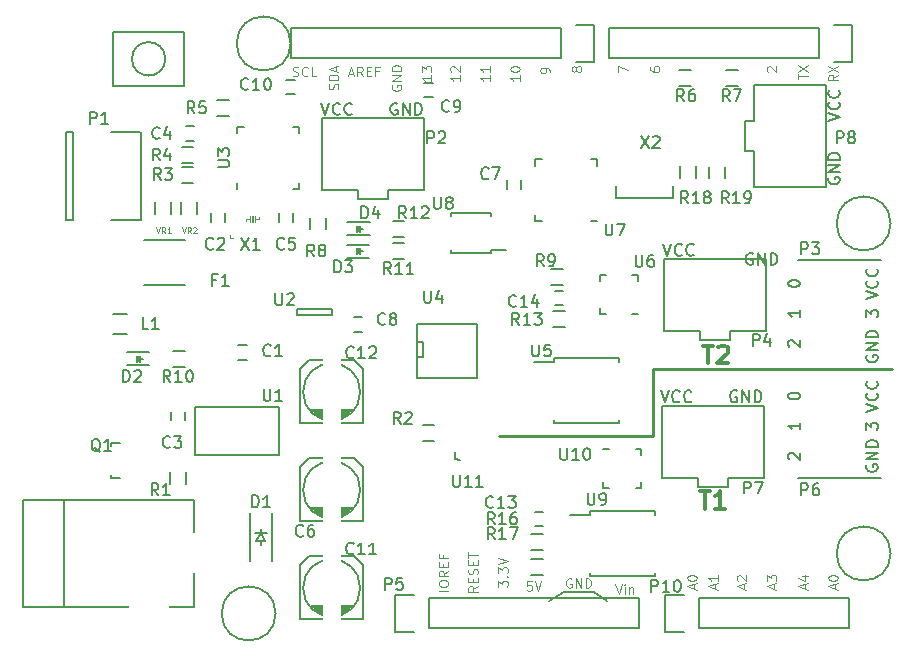
<source format=gto>
G04 #@! TF.FileFunction,Legend,Top*
%FSLAX46Y46*%
G04 Gerber Fmt 4.6, Leading zero omitted, Abs format (unit mm)*
G04 Created by KiCad (PCBNEW 4.0.2-stable) date Fri 17 Jun 2016 03:11:16 PM EDT*
%MOMM*%
G01*
G04 APERTURE LIST*
%ADD10C,0.100000*%
%ADD11C,0.150000*%
%ADD12C,0.250000*%
%ADD13C,0.300000*%
%ADD14C,0.090000*%
%ADD15R,0.700000X0.250000*%
%ADD16R,0.250000X0.700000*%
%ADD17R,1.725000X1.725000*%
%ADD18C,4.064000*%
%ADD19C,0.600000*%
%ADD20R,0.750000X0.800000*%
%ADD21R,0.500000X0.900000*%
%ADD22R,1.727200X1.727200*%
%ADD23O,1.727200X1.727200*%
%ADD24O,0.750000X0.300000*%
%ADD25O,0.300000X0.750000*%
%ADD26R,0.900000X0.900000*%
%ADD27R,1.727200X2.032000*%
%ADD28O,1.727200X2.032000*%
%ADD29R,1.400000X1.200000*%
%ADD30R,0.797560X0.797560*%
%ADD31R,4.100000X0.700000*%
%ADD32R,4.100000X1.000000*%
%ADD33R,0.900000X0.500000*%
%ADD34R,0.800000X0.750000*%
%ADD35R,1.600200X2.999740*%
%ADD36R,3.500120X3.500120*%
%ADD37R,1.600000X1.400000*%
%ADD38R,1.600000X3.500000*%
%ADD39R,0.700000X1.300000*%
%ADD40O,1.600000X1.000000*%
%ADD41R,1.350000X0.400000*%
%ADD42O,1.100000X1.500000*%
%ADD43R,1.500000X1.550000*%
%ADD44R,0.800100X0.800100*%
%ADD45R,1.550000X1.300000*%
%ADD46R,0.508000X1.143000*%
%ADD47R,1.700000X0.650000*%
%ADD48R,1.450000X0.450000*%
%ADD49R,3.657600X2.032000*%
%ADD50R,1.016000X2.032000*%
%ADD51R,0.650000X1.060000*%
%ADD52R,0.398780X0.749300*%
G04 APERTURE END LIST*
D10*
X174859905Y-78238333D02*
X174478952Y-78505000D01*
X174859905Y-78695476D02*
X174059905Y-78695476D01*
X174059905Y-78390714D01*
X174098000Y-78314523D01*
X174136095Y-78276428D01*
X174212286Y-78238333D01*
X174326571Y-78238333D01*
X174402762Y-78276428D01*
X174440857Y-78314523D01*
X174478952Y-78390714D01*
X174478952Y-78695476D01*
X174059905Y-77971666D02*
X174859905Y-77438333D01*
X174059905Y-77438333D02*
X174859905Y-77971666D01*
X171519905Y-78587524D02*
X171519905Y-78130381D01*
X172319905Y-78358952D02*
X171519905Y-78358952D01*
X171519905Y-77939904D02*
X172319905Y-77406571D01*
X171519905Y-77406571D02*
X172319905Y-77939904D01*
X168929095Y-77952571D02*
X168891000Y-77914476D01*
X168852905Y-77838285D01*
X168852905Y-77647809D01*
X168891000Y-77571619D01*
X168929095Y-77533523D01*
X169005286Y-77495428D01*
X169081476Y-77495428D01*
X169195762Y-77533523D01*
X169652905Y-77990666D01*
X169652905Y-77495428D01*
X158946905Y-77571619D02*
X158946905Y-77724000D01*
X158985000Y-77800190D01*
X159023095Y-77838285D01*
X159137381Y-77914476D01*
X159289762Y-77952571D01*
X159594524Y-77952571D01*
X159670714Y-77914476D01*
X159708810Y-77876381D01*
X159746905Y-77800190D01*
X159746905Y-77647809D01*
X159708810Y-77571619D01*
X159670714Y-77533523D01*
X159594524Y-77495428D01*
X159404048Y-77495428D01*
X159327857Y-77533523D01*
X159289762Y-77571619D01*
X159251667Y-77647809D01*
X159251667Y-77800190D01*
X159289762Y-77876381D01*
X159327857Y-77914476D01*
X159404048Y-77952571D01*
X156279905Y-77990666D02*
X156279905Y-77457333D01*
X157079905Y-77800190D01*
X152685762Y-77800190D02*
X152647667Y-77876381D01*
X152609571Y-77914476D01*
X152533381Y-77952571D01*
X152495286Y-77952571D01*
X152419095Y-77914476D01*
X152381000Y-77876381D01*
X152342905Y-77800190D01*
X152342905Y-77647809D01*
X152381000Y-77571619D01*
X152419095Y-77533523D01*
X152495286Y-77495428D01*
X152533381Y-77495428D01*
X152609571Y-77533523D01*
X152647667Y-77571619D01*
X152685762Y-77647809D01*
X152685762Y-77800190D01*
X152723857Y-77876381D01*
X152761952Y-77914476D01*
X152838143Y-77952571D01*
X152990524Y-77952571D01*
X153066714Y-77914476D01*
X153104810Y-77876381D01*
X153142905Y-77800190D01*
X153142905Y-77647809D01*
X153104810Y-77571619D01*
X153066714Y-77533523D01*
X152990524Y-77495428D01*
X152838143Y-77495428D01*
X152761952Y-77533523D01*
X152723857Y-77571619D01*
X152685762Y-77647809D01*
X150475905Y-78003381D02*
X150475905Y-77851000D01*
X150437810Y-77774809D01*
X150399714Y-77736714D01*
X150285429Y-77660523D01*
X150133048Y-77622428D01*
X149828286Y-77622428D01*
X149752095Y-77660523D01*
X149714000Y-77698619D01*
X149675905Y-77774809D01*
X149675905Y-77927190D01*
X149714000Y-78003381D01*
X149752095Y-78041476D01*
X149828286Y-78079571D01*
X150018762Y-78079571D01*
X150094952Y-78041476D01*
X150133048Y-78003381D01*
X150171143Y-77927190D01*
X150171143Y-77774809D01*
X150133048Y-77698619D01*
X150094952Y-77660523D01*
X150018762Y-77622428D01*
X147935905Y-78257381D02*
X147935905Y-78714524D01*
X147935905Y-78485953D02*
X147135905Y-78485953D01*
X147250190Y-78562143D01*
X147326381Y-78638334D01*
X147364476Y-78714524D01*
X147135905Y-77762143D02*
X147135905Y-77685952D01*
X147174000Y-77609762D01*
X147212095Y-77571667D01*
X147288286Y-77533571D01*
X147440667Y-77495476D01*
X147631143Y-77495476D01*
X147783524Y-77533571D01*
X147859714Y-77571667D01*
X147897810Y-77609762D01*
X147935905Y-77685952D01*
X147935905Y-77762143D01*
X147897810Y-77838333D01*
X147859714Y-77876429D01*
X147783524Y-77914524D01*
X147631143Y-77952619D01*
X147440667Y-77952619D01*
X147288286Y-77914524D01*
X147212095Y-77876429D01*
X147174000Y-77838333D01*
X147135905Y-77762143D01*
X145395905Y-78257381D02*
X145395905Y-78714524D01*
X145395905Y-78485953D02*
X144595905Y-78485953D01*
X144710190Y-78562143D01*
X144786381Y-78638334D01*
X144824476Y-78714524D01*
X145395905Y-77495476D02*
X145395905Y-77952619D01*
X145395905Y-77724048D02*
X144595905Y-77724048D01*
X144710190Y-77800238D01*
X144786381Y-77876429D01*
X144824476Y-77952619D01*
X142855905Y-78257381D02*
X142855905Y-78714524D01*
X142855905Y-78485953D02*
X142055905Y-78485953D01*
X142170190Y-78562143D01*
X142246381Y-78638334D01*
X142284476Y-78714524D01*
X142132095Y-77952619D02*
X142094000Y-77914524D01*
X142055905Y-77838333D01*
X142055905Y-77647857D01*
X142094000Y-77571667D01*
X142132095Y-77533571D01*
X142208286Y-77495476D01*
X142284476Y-77495476D01*
X142398762Y-77533571D01*
X142855905Y-77990714D01*
X142855905Y-77495476D01*
X140442905Y-78257381D02*
X140442905Y-78714524D01*
X140442905Y-78485953D02*
X139642905Y-78485953D01*
X139757190Y-78562143D01*
X139833381Y-78638334D01*
X139871476Y-78714524D01*
X139642905Y-77990714D02*
X139642905Y-77495476D01*
X139947667Y-77762143D01*
X139947667Y-77647857D01*
X139985762Y-77571667D01*
X140023857Y-77533571D01*
X140100048Y-77495476D01*
X140290524Y-77495476D01*
X140366714Y-77533571D01*
X140404810Y-77571667D01*
X140442905Y-77647857D01*
X140442905Y-77876429D01*
X140404810Y-77952619D01*
X140366714Y-77990714D01*
X137141000Y-79095523D02*
X137102905Y-79171714D01*
X137102905Y-79285999D01*
X137141000Y-79400285D01*
X137217190Y-79476476D01*
X137293381Y-79514571D01*
X137445762Y-79552666D01*
X137560048Y-79552666D01*
X137712429Y-79514571D01*
X137788619Y-79476476D01*
X137864810Y-79400285D01*
X137902905Y-79285999D01*
X137902905Y-79209809D01*
X137864810Y-79095523D01*
X137826714Y-79057428D01*
X137560048Y-79057428D01*
X137560048Y-79209809D01*
X137902905Y-78714571D02*
X137102905Y-78714571D01*
X137902905Y-78257428D01*
X137102905Y-78257428D01*
X137902905Y-77876476D02*
X137102905Y-77876476D01*
X137102905Y-77686000D01*
X137141000Y-77571714D01*
X137217190Y-77495523D01*
X137293381Y-77457428D01*
X137445762Y-77419333D01*
X137560048Y-77419333D01*
X137712429Y-77457428D01*
X137788619Y-77495523D01*
X137864810Y-77571714D01*
X137902905Y-77686000D01*
X137902905Y-77876476D01*
X133451762Y-78111333D02*
X133832714Y-78111333D01*
X133375571Y-78339905D02*
X133642238Y-77539905D01*
X133908905Y-78339905D01*
X134632714Y-78339905D02*
X134366047Y-77958952D01*
X134175571Y-78339905D02*
X134175571Y-77539905D01*
X134480333Y-77539905D01*
X134556524Y-77578000D01*
X134594619Y-77616095D01*
X134632714Y-77692286D01*
X134632714Y-77806571D01*
X134594619Y-77882762D01*
X134556524Y-77920857D01*
X134480333Y-77958952D01*
X134175571Y-77958952D01*
X134975571Y-77920857D02*
X135242238Y-77920857D01*
X135356524Y-78339905D02*
X134975571Y-78339905D01*
X134975571Y-77539905D01*
X135356524Y-77539905D01*
X135966048Y-77920857D02*
X135699381Y-77920857D01*
X135699381Y-78339905D02*
X135699381Y-77539905D01*
X136080334Y-77539905D01*
X132530810Y-79457428D02*
X132568905Y-79343142D01*
X132568905Y-79152666D01*
X132530810Y-79076476D01*
X132492714Y-79038380D01*
X132416524Y-79000285D01*
X132340333Y-79000285D01*
X132264143Y-79038380D01*
X132226048Y-79076476D01*
X132187952Y-79152666D01*
X132149857Y-79305047D01*
X132111762Y-79381238D01*
X132073667Y-79419333D01*
X131997476Y-79457428D01*
X131921286Y-79457428D01*
X131845095Y-79419333D01*
X131807000Y-79381238D01*
X131768905Y-79305047D01*
X131768905Y-79114571D01*
X131807000Y-79000285D01*
X132568905Y-78657428D02*
X131768905Y-78657428D01*
X131768905Y-78466952D01*
X131807000Y-78352666D01*
X131883190Y-78276475D01*
X131959381Y-78238380D01*
X132111762Y-78200285D01*
X132226048Y-78200285D01*
X132378429Y-78238380D01*
X132454619Y-78276475D01*
X132530810Y-78352666D01*
X132568905Y-78466952D01*
X132568905Y-78657428D01*
X132340333Y-77895523D02*
X132340333Y-77514571D01*
X132568905Y-77971714D02*
X131768905Y-77705047D01*
X132568905Y-77438380D01*
X128714619Y-78301810D02*
X128828905Y-78339905D01*
X129019381Y-78339905D01*
X129095571Y-78301810D01*
X129133667Y-78263714D01*
X129171762Y-78187524D01*
X129171762Y-78111333D01*
X129133667Y-78035143D01*
X129095571Y-77997048D01*
X129019381Y-77958952D01*
X128867000Y-77920857D01*
X128790809Y-77882762D01*
X128752714Y-77844667D01*
X128714619Y-77768476D01*
X128714619Y-77692286D01*
X128752714Y-77616095D01*
X128790809Y-77578000D01*
X128867000Y-77539905D01*
X129057476Y-77539905D01*
X129171762Y-77578000D01*
X129971762Y-78263714D02*
X129933667Y-78301810D01*
X129819381Y-78339905D01*
X129743191Y-78339905D01*
X129628905Y-78301810D01*
X129552714Y-78225619D01*
X129514619Y-78149429D01*
X129476524Y-77997048D01*
X129476524Y-77882762D01*
X129514619Y-77730381D01*
X129552714Y-77654190D01*
X129628905Y-77578000D01*
X129743191Y-77539905D01*
X129819381Y-77539905D01*
X129933667Y-77578000D01*
X129971762Y-77616095D01*
X130695572Y-78339905D02*
X130314619Y-78339905D01*
X130314619Y-77539905D01*
X162693333Y-121729428D02*
X162693333Y-121348476D01*
X162921905Y-121805619D02*
X162121905Y-121538952D01*
X162921905Y-121272285D01*
X162121905Y-120853238D02*
X162121905Y-120777047D01*
X162160000Y-120700857D01*
X162198095Y-120662762D01*
X162274286Y-120624666D01*
X162426667Y-120586571D01*
X162617143Y-120586571D01*
X162769524Y-120624666D01*
X162845714Y-120662762D01*
X162883810Y-120700857D01*
X162921905Y-120777047D01*
X162921905Y-120853238D01*
X162883810Y-120929428D01*
X162845714Y-120967524D01*
X162769524Y-121005619D01*
X162617143Y-121043714D01*
X162426667Y-121043714D01*
X162274286Y-121005619D01*
X162198095Y-120967524D01*
X162160000Y-120929428D01*
X162121905Y-120853238D01*
X174631333Y-121729428D02*
X174631333Y-121348476D01*
X174859905Y-121805619D02*
X174059905Y-121538952D01*
X174859905Y-121272285D01*
X174059905Y-120853238D02*
X174059905Y-120777047D01*
X174098000Y-120700857D01*
X174136095Y-120662762D01*
X174212286Y-120624666D01*
X174364667Y-120586571D01*
X174555143Y-120586571D01*
X174707524Y-120624666D01*
X174783714Y-120662762D01*
X174821810Y-120700857D01*
X174859905Y-120777047D01*
X174859905Y-120853238D01*
X174821810Y-120929428D01*
X174783714Y-120967524D01*
X174707524Y-121005619D01*
X174555143Y-121043714D01*
X174364667Y-121043714D01*
X174212286Y-121005619D01*
X174136095Y-120967524D01*
X174098000Y-120929428D01*
X174059905Y-120853238D01*
X172091333Y-121729428D02*
X172091333Y-121348476D01*
X172319905Y-121805619D02*
X171519905Y-121538952D01*
X172319905Y-121272285D01*
X171786571Y-120662762D02*
X172319905Y-120662762D01*
X171481810Y-120853238D02*
X172053238Y-121043714D01*
X172053238Y-120548476D01*
X169424333Y-121729428D02*
X169424333Y-121348476D01*
X169652905Y-121805619D02*
X168852905Y-121538952D01*
X169652905Y-121272285D01*
X168852905Y-121081809D02*
X168852905Y-120586571D01*
X169157667Y-120853238D01*
X169157667Y-120738952D01*
X169195762Y-120662762D01*
X169233857Y-120624666D01*
X169310048Y-120586571D01*
X169500524Y-120586571D01*
X169576714Y-120624666D01*
X169614810Y-120662762D01*
X169652905Y-120738952D01*
X169652905Y-120967524D01*
X169614810Y-121043714D01*
X169576714Y-121081809D01*
X166884333Y-121729428D02*
X166884333Y-121348476D01*
X167112905Y-121805619D02*
X166312905Y-121538952D01*
X167112905Y-121272285D01*
X166389095Y-121043714D02*
X166351000Y-121005619D01*
X166312905Y-120929428D01*
X166312905Y-120738952D01*
X166351000Y-120662762D01*
X166389095Y-120624666D01*
X166465286Y-120586571D01*
X166541476Y-120586571D01*
X166655762Y-120624666D01*
X167112905Y-121081809D01*
X167112905Y-120586571D01*
X164471333Y-121729428D02*
X164471333Y-121348476D01*
X164699905Y-121805619D02*
X163899905Y-121538952D01*
X164699905Y-121272285D01*
X164699905Y-120586571D02*
X164699905Y-121043714D01*
X164699905Y-120815143D02*
X163899905Y-120815143D01*
X164014190Y-120891333D01*
X164090381Y-120967524D01*
X164128476Y-121043714D01*
D11*
X154178000Y-122047000D02*
X155321000Y-122809000D01*
X151638000Y-122047000D02*
X150368000Y-122809000D01*
X151638000Y-122047000D02*
X154178000Y-122047000D01*
D10*
X152298477Y-120885000D02*
X152222286Y-120846905D01*
X152108001Y-120846905D01*
X151993715Y-120885000D01*
X151917524Y-120961190D01*
X151879429Y-121037381D01*
X151841334Y-121189762D01*
X151841334Y-121304048D01*
X151879429Y-121456429D01*
X151917524Y-121532619D01*
X151993715Y-121608810D01*
X152108001Y-121646905D01*
X152184191Y-121646905D01*
X152298477Y-121608810D01*
X152336572Y-121570714D01*
X152336572Y-121304048D01*
X152184191Y-121304048D01*
X152679429Y-121646905D02*
X152679429Y-120846905D01*
X153136572Y-121646905D01*
X153136572Y-120846905D01*
X153517524Y-121646905D02*
X153517524Y-120846905D01*
X153708000Y-120846905D01*
X153822286Y-120885000D01*
X153898477Y-120961190D01*
X153936572Y-121037381D01*
X153974667Y-121189762D01*
X153974667Y-121304048D01*
X153936572Y-121456429D01*
X153898477Y-121532619D01*
X153822286Y-121608810D01*
X153708000Y-121646905D01*
X153517524Y-121646905D01*
X156025952Y-121354905D02*
X156292619Y-122154905D01*
X156559286Y-121354905D01*
X156825952Y-122154905D02*
X156825952Y-121621571D01*
X156825952Y-121354905D02*
X156787857Y-121393000D01*
X156825952Y-121431095D01*
X156864047Y-121393000D01*
X156825952Y-121354905D01*
X156825952Y-121431095D01*
X157206904Y-121621571D02*
X157206904Y-122154905D01*
X157206904Y-121697762D02*
X157244999Y-121659667D01*
X157321190Y-121621571D01*
X157435476Y-121621571D01*
X157511666Y-121659667D01*
X157549761Y-121735857D01*
X157549761Y-122154905D01*
X148945620Y-121100905D02*
X148564667Y-121100905D01*
X148526572Y-121481857D01*
X148564667Y-121443762D01*
X148640858Y-121405667D01*
X148831334Y-121405667D01*
X148907524Y-121443762D01*
X148945620Y-121481857D01*
X148983715Y-121558048D01*
X148983715Y-121748524D01*
X148945620Y-121824714D01*
X148907524Y-121862810D01*
X148831334Y-121900905D01*
X148640858Y-121900905D01*
X148564667Y-121862810D01*
X148526572Y-121824714D01*
X149212286Y-121100905D02*
X149478953Y-121900905D01*
X149745620Y-121100905D01*
X146119905Y-121545952D02*
X146119905Y-121050714D01*
X146424667Y-121317381D01*
X146424667Y-121203095D01*
X146462762Y-121126905D01*
X146500857Y-121088809D01*
X146577048Y-121050714D01*
X146767524Y-121050714D01*
X146843714Y-121088809D01*
X146881810Y-121126905D01*
X146919905Y-121203095D01*
X146919905Y-121431667D01*
X146881810Y-121507857D01*
X146843714Y-121545952D01*
X146843714Y-120707857D02*
X146881810Y-120669762D01*
X146919905Y-120707857D01*
X146881810Y-120745952D01*
X146843714Y-120707857D01*
X146919905Y-120707857D01*
X146119905Y-120403095D02*
X146119905Y-119907857D01*
X146424667Y-120174524D01*
X146424667Y-120060238D01*
X146462762Y-119984048D01*
X146500857Y-119945952D01*
X146577048Y-119907857D01*
X146767524Y-119907857D01*
X146843714Y-119945952D01*
X146881810Y-119984048D01*
X146919905Y-120060238D01*
X146919905Y-120288810D01*
X146881810Y-120365000D01*
X146843714Y-120403095D01*
X146119905Y-119679286D02*
X146919905Y-119412619D01*
X146119905Y-119145952D01*
X144379905Y-121526905D02*
X143998952Y-121793572D01*
X144379905Y-121984048D02*
X143579905Y-121984048D01*
X143579905Y-121679286D01*
X143618000Y-121603095D01*
X143656095Y-121565000D01*
X143732286Y-121526905D01*
X143846571Y-121526905D01*
X143922762Y-121565000D01*
X143960857Y-121603095D01*
X143998952Y-121679286D01*
X143998952Y-121984048D01*
X143960857Y-121184048D02*
X143960857Y-120917381D01*
X144379905Y-120803095D02*
X144379905Y-121184048D01*
X143579905Y-121184048D01*
X143579905Y-120803095D01*
X144341810Y-120498333D02*
X144379905Y-120384047D01*
X144379905Y-120193571D01*
X144341810Y-120117381D01*
X144303714Y-120079285D01*
X144227524Y-120041190D01*
X144151333Y-120041190D01*
X144075143Y-120079285D01*
X144037048Y-120117381D01*
X143998952Y-120193571D01*
X143960857Y-120345952D01*
X143922762Y-120422143D01*
X143884667Y-120460238D01*
X143808476Y-120498333D01*
X143732286Y-120498333D01*
X143656095Y-120460238D01*
X143618000Y-120422143D01*
X143579905Y-120345952D01*
X143579905Y-120155476D01*
X143618000Y-120041190D01*
X143960857Y-119698333D02*
X143960857Y-119431666D01*
X144379905Y-119317380D02*
X144379905Y-119698333D01*
X143579905Y-119698333D01*
X143579905Y-119317380D01*
X143579905Y-119088809D02*
X143579905Y-118631666D01*
X144379905Y-118860237D02*
X143579905Y-118860237D01*
X141859905Y-121888809D02*
X141059905Y-121888809D01*
X141059905Y-121355476D02*
X141059905Y-121203095D01*
X141098000Y-121126904D01*
X141174190Y-121050714D01*
X141326571Y-121012619D01*
X141593238Y-121012619D01*
X141745619Y-121050714D01*
X141821810Y-121126904D01*
X141859905Y-121203095D01*
X141859905Y-121355476D01*
X141821810Y-121431666D01*
X141745619Y-121507857D01*
X141593238Y-121545952D01*
X141326571Y-121545952D01*
X141174190Y-121507857D01*
X141098000Y-121431666D01*
X141059905Y-121355476D01*
X141859905Y-120212619D02*
X141478952Y-120479286D01*
X141859905Y-120669762D02*
X141059905Y-120669762D01*
X141059905Y-120365000D01*
X141098000Y-120288809D01*
X141136095Y-120250714D01*
X141212286Y-120212619D01*
X141326571Y-120212619D01*
X141402762Y-120250714D01*
X141440857Y-120288809D01*
X141478952Y-120365000D01*
X141478952Y-120669762D01*
X141440857Y-119869762D02*
X141440857Y-119603095D01*
X141859905Y-119488809D02*
X141859905Y-119869762D01*
X141059905Y-119869762D01*
X141059905Y-119488809D01*
X141440857Y-118879285D02*
X141440857Y-119145952D01*
X141859905Y-119145952D02*
X141059905Y-119145952D01*
X141059905Y-118764999D01*
D12*
X159198000Y-108765000D02*
X159198000Y-103165000D01*
D11*
X171498000Y-93865000D02*
X178498000Y-93865000D01*
D13*
X163449143Y-101159571D02*
X164306286Y-101159571D01*
X163877715Y-102659571D02*
X163877715Y-101159571D01*
X164734857Y-101302429D02*
X164806286Y-101231000D01*
X164949143Y-101159571D01*
X165306286Y-101159571D01*
X165449143Y-101231000D01*
X165520572Y-101302429D01*
X165592000Y-101445286D01*
X165592000Y-101588143D01*
X165520572Y-101802429D01*
X164663429Y-102659571D01*
X165592000Y-102659571D01*
X163195143Y-113478571D02*
X164052286Y-113478571D01*
X163623715Y-114978571D02*
X163623715Y-113478571D01*
X165338000Y-114978571D02*
X164480857Y-114978571D01*
X164909429Y-114978571D02*
X164909429Y-113478571D01*
X164766572Y-113692857D01*
X164623714Y-113835714D01*
X164480857Y-113907143D01*
D12*
X159198000Y-103165000D02*
X179398000Y-103165000D01*
X146198000Y-108765000D02*
X159198000Y-108765000D01*
D11*
X171498000Y-112365000D02*
X178498000Y-112365000D01*
X149251000Y-90635000D02*
X149251000Y-90110000D01*
X154501000Y-85385000D02*
X154501000Y-85910000D01*
X149251000Y-85385000D02*
X149251000Y-85910000D01*
X154501000Y-90635000D02*
X153976000Y-90635000D01*
X154501000Y-85385000D02*
X153976000Y-85385000D01*
X149251000Y-85385000D02*
X149776000Y-85385000D01*
X149251000Y-90635000D02*
X149776000Y-90635000D01*
X179324000Y-118745000D02*
G75*
G03X179324000Y-118745000I-2286000J0D01*
G01*
X148047000Y-87153000D02*
X148047000Y-87853000D01*
X146847000Y-87853000D02*
X146847000Y-87153000D01*
X140698000Y-109240000D02*
X139698000Y-109240000D01*
X139698000Y-107890000D02*
X140698000Y-107890000D01*
X165728000Y-100705000D02*
X165728000Y-99943000D01*
X163188000Y-100705000D02*
X165728000Y-100705000D01*
X163188000Y-99943000D02*
X163188000Y-100705000D01*
X160140000Y-99943000D02*
X163188000Y-99943000D01*
X168776000Y-93847000D02*
X160140000Y-93847000D01*
X168776000Y-99943000D02*
X168776000Y-93847000D01*
X165728000Y-99943000D02*
X168776000Y-99943000D01*
X160140000Y-93847000D02*
X160140000Y-99943000D01*
X154698000Y-98440000D02*
X154698000Y-97940000D01*
X157948000Y-95190000D02*
X157948000Y-95690000D01*
X154698000Y-95190000D02*
X154698000Y-95690000D01*
X157948000Y-98440000D02*
X157448000Y-98440000D01*
X157948000Y-95190000D02*
X157448000Y-95190000D01*
X154698000Y-95190000D02*
X155198000Y-95190000D01*
X154698000Y-98440000D02*
X155198000Y-98440000D01*
X163068000Y-122555000D02*
X175768000Y-122555000D01*
X175768000Y-122555000D02*
X175768000Y-125095000D01*
X175768000Y-125095000D02*
X163068000Y-125095000D01*
X160248000Y-122275000D02*
X161798000Y-122275000D01*
X163068000Y-122555000D02*
X163068000Y-125095000D01*
X161798000Y-125375000D02*
X160248000Y-125375000D01*
X160248000Y-125375000D02*
X160248000Y-122275000D01*
X166958000Y-84635000D02*
X167720000Y-84635000D01*
X166958000Y-82095000D02*
X166958000Y-84635000D01*
X167720000Y-82095000D02*
X166958000Y-82095000D01*
X167720000Y-79047000D02*
X167720000Y-82095000D01*
X173816000Y-87683000D02*
X173816000Y-79047000D01*
X167720000Y-87683000D02*
X173816000Y-87683000D01*
X167720000Y-84635000D02*
X167720000Y-87683000D01*
X173816000Y-79047000D02*
X167720000Y-79047000D01*
X165528000Y-113105000D02*
X165528000Y-112343000D01*
X162988000Y-113105000D02*
X165528000Y-113105000D01*
X162988000Y-112343000D02*
X162988000Y-113105000D01*
X159940000Y-112343000D02*
X162988000Y-112343000D01*
X168576000Y-106247000D02*
X159940000Y-106247000D01*
X168576000Y-112343000D02*
X168576000Y-106247000D01*
X165528000Y-112343000D02*
X168576000Y-112343000D01*
X159940000Y-106247000D02*
X159940000Y-112343000D01*
X136779000Y-88773000D02*
X136779000Y-88011000D01*
X134239000Y-88773000D02*
X136779000Y-88773000D01*
X134239000Y-88011000D02*
X134239000Y-88773000D01*
X131191000Y-88011000D02*
X134239000Y-88011000D01*
X139827000Y-81915000D02*
X131191000Y-81915000D01*
X139827000Y-88011000D02*
X139827000Y-81915000D01*
X136779000Y-88011000D02*
X139827000Y-88011000D01*
X131191000Y-81915000D02*
X131191000Y-88011000D01*
D10*
X123377600Y-92002800D02*
X123377600Y-91748800D01*
X123377600Y-92002800D02*
X123631600Y-92002800D01*
X125257200Y-90174000D02*
X125257200Y-90682000D01*
X125257200Y-90682000D02*
X125358800Y-90682000D01*
X125358800Y-90682000D02*
X125358800Y-90174000D01*
X125358800Y-90174000D02*
X125257200Y-90174000D01*
X125104800Y-90428000D02*
X124749200Y-90428000D01*
X124749200Y-90428000D02*
X124749200Y-90580400D01*
X125562000Y-90428000D02*
X125866800Y-90428000D01*
X125866800Y-90428000D02*
X125866800Y-90275600D01*
X125511200Y-90174000D02*
X125511200Y-90682000D01*
X125104800Y-90174000D02*
X125104800Y-90682000D01*
X125308000Y-90174000D02*
X125308000Y-90682000D01*
D11*
X133310700Y-91789000D02*
X135210700Y-91789000D01*
X133310700Y-90689000D02*
X135210700Y-90689000D01*
X134210700Y-91239000D02*
X134660700Y-91239000D01*
X134160700Y-90989000D02*
X134160700Y-91489000D01*
X134160700Y-91239000D02*
X134410700Y-90989000D01*
X134410700Y-90989000D02*
X134410700Y-91489000D01*
X134410700Y-91489000D02*
X134160700Y-91239000D01*
X158223000Y-109940000D02*
X158223000Y-110440000D01*
X154973000Y-113190000D02*
X154973000Y-112690000D01*
X158223000Y-113190000D02*
X158223000Y-112690000D01*
X154973000Y-109940000D02*
X155473000Y-109940000D01*
X154973000Y-113190000D02*
X155473000Y-113190000D01*
X158223000Y-113190000D02*
X157723000Y-113190000D01*
X158223000Y-109940000D02*
X157723000Y-109940000D01*
X119298000Y-85990000D02*
X120298000Y-85990000D01*
X120298000Y-87340000D02*
X119298000Y-87340000D01*
X160911000Y-88293000D02*
X160911000Y-87658000D01*
X160911000Y-88293000D02*
X160911000Y-88674000D01*
X160898000Y-88674000D02*
X156098000Y-88674000D01*
X156212000Y-88674000D02*
X156085000Y-88674000D01*
X156098000Y-88674000D02*
X156098000Y-87658000D01*
X162873000Y-85965000D02*
X162873000Y-86965000D01*
X161523000Y-86965000D02*
X161523000Y-85965000D01*
X179324000Y-90805000D02*
G75*
G03X179324000Y-90805000I-2286000J0D01*
G01*
X140208000Y-125095000D02*
X157988000Y-125095000D01*
X157988000Y-125095000D02*
X157988000Y-122555000D01*
X157988000Y-122555000D02*
X140208000Y-122555000D01*
X137388000Y-125375000D02*
X138938000Y-125375000D01*
X140208000Y-125095000D02*
X140208000Y-122555000D01*
X138938000Y-122275000D02*
X137388000Y-122275000D01*
X137388000Y-122275000D02*
X137388000Y-125375000D01*
X173228000Y-74295000D02*
X155448000Y-74295000D01*
X155448000Y-74295000D02*
X155448000Y-76835000D01*
X155448000Y-76835000D02*
X173228000Y-76835000D01*
X176048000Y-74015000D02*
X174498000Y-74015000D01*
X173228000Y-74295000D02*
X173228000Y-76835000D01*
X174498000Y-77115000D02*
X176048000Y-77115000D01*
X176048000Y-77115000D02*
X176048000Y-74015000D01*
X124810000Y-102327000D02*
X124110000Y-102327000D01*
X124110000Y-101127000D02*
X124810000Y-101127000D01*
X121786000Y-90661000D02*
X121786000Y-89961000D01*
X122986000Y-89961000D02*
X122986000Y-90661000D01*
X118398000Y-107465000D02*
X118398000Y-106765000D01*
X119598000Y-106765000D02*
X119598000Y-107465000D01*
X120365000Y-83785000D02*
X119665000Y-83785000D01*
X119665000Y-82585000D02*
X120365000Y-82585000D01*
X128736000Y-89961000D02*
X128736000Y-90661000D01*
X127536000Y-90661000D02*
X127536000Y-89961000D01*
X131363000Y-115651000D02*
X132760000Y-115651000D01*
X131109000Y-115524000D02*
X132887000Y-115524000D01*
X130728000Y-115397000D02*
X133268000Y-115397000D01*
X133395000Y-115270000D02*
X130601000Y-115270000D01*
X130474000Y-115143000D02*
X133522000Y-115143000D01*
X133649000Y-115016000D02*
X130347000Y-115016000D01*
X130220000Y-114889000D02*
X133776000Y-114889000D01*
X129331000Y-116032000D02*
X129331000Y-111460000D01*
X129331000Y-111460000D02*
X130093000Y-110698000D01*
X130093000Y-110698000D02*
X133903000Y-110698000D01*
X133903000Y-110698000D02*
X134665000Y-111460000D01*
X134665000Y-111460000D02*
X134665000Y-116032000D01*
X134665000Y-116032000D02*
X129331000Y-116032000D01*
X131998000Y-111206000D02*
X131998000Y-111968000D01*
X131617000Y-111587000D02*
X132379000Y-111587000D01*
X134411000Y-113365000D02*
G75*
G03X134411000Y-113365000I-2413000J0D01*
G01*
X133898000Y-98765000D02*
X134598000Y-98765000D01*
X134598000Y-99965000D02*
X133898000Y-99965000D01*
X139858000Y-78902000D02*
X140558000Y-78902000D01*
X140558000Y-80102000D02*
X139858000Y-80102000D01*
X128174000Y-78648000D02*
X128874000Y-78648000D01*
X128874000Y-79848000D02*
X128174000Y-79848000D01*
X131363000Y-123951360D02*
X132760000Y-123951360D01*
X131109000Y-123824360D02*
X132887000Y-123824360D01*
X130728000Y-123697360D02*
X133268000Y-123697360D01*
X133395000Y-123570360D02*
X130601000Y-123570360D01*
X130474000Y-123443360D02*
X133522000Y-123443360D01*
X133649000Y-123316360D02*
X130347000Y-123316360D01*
X130220000Y-123189360D02*
X133776000Y-123189360D01*
X129331000Y-124332360D02*
X129331000Y-119760360D01*
X129331000Y-119760360D02*
X130093000Y-118998360D01*
X130093000Y-118998360D02*
X133903000Y-118998360D01*
X133903000Y-118998360D02*
X134665000Y-119760360D01*
X134665000Y-119760360D02*
X134665000Y-124332360D01*
X134665000Y-124332360D02*
X129331000Y-124332360D01*
X131998000Y-119506360D02*
X131998000Y-120268360D01*
X131617000Y-119887360D02*
X132379000Y-119887360D01*
X134411000Y-121665360D02*
G75*
G03X134411000Y-121665360I-2413000J0D01*
G01*
X131363000Y-107355640D02*
X132760000Y-107355640D01*
X131109000Y-107228640D02*
X132887000Y-107228640D01*
X130728000Y-107101640D02*
X133268000Y-107101640D01*
X133395000Y-106974640D02*
X130601000Y-106974640D01*
X130474000Y-106847640D02*
X133522000Y-106847640D01*
X133649000Y-106720640D02*
X130347000Y-106720640D01*
X130220000Y-106593640D02*
X133776000Y-106593640D01*
X129331000Y-107736640D02*
X129331000Y-103164640D01*
X129331000Y-103164640D02*
X130093000Y-102402640D01*
X130093000Y-102402640D02*
X133903000Y-102402640D01*
X133903000Y-102402640D02*
X134665000Y-103164640D01*
X134665000Y-103164640D02*
X134665000Y-107736640D01*
X134665000Y-107736640D02*
X129331000Y-107736640D01*
X131998000Y-102910640D02*
X131998000Y-103672640D01*
X131617000Y-103291640D02*
X132379000Y-103291640D01*
X134411000Y-105069640D02*
G75*
G03X134411000Y-105069640I-2413000J0D01*
G01*
X149898000Y-116446000D02*
X149198000Y-116446000D01*
X149198000Y-115246000D02*
X149898000Y-115246000D01*
X150898000Y-96515000D02*
X151598000Y-96515000D01*
X151598000Y-97715000D02*
X150898000Y-97715000D01*
X109336840Y-114244120D02*
X109336840Y-123245880D01*
X105836720Y-114244120D02*
X105836720Y-123245880D01*
X105836720Y-123245880D02*
X120337580Y-123245880D01*
X120337580Y-123245880D02*
X120337580Y-114244120D01*
X120337580Y-114244120D02*
X105836720Y-114244120D01*
X125998000Y-117665500D02*
X125998000Y-118046500D01*
X125998000Y-116649500D02*
X125998000Y-117030500D01*
X125998000Y-117030500D02*
X126379000Y-117665500D01*
X126379000Y-117665500D02*
X125617000Y-117665500D01*
X125617000Y-117665500D02*
X125998000Y-117030500D01*
X126506000Y-117030500D02*
X125490000Y-117030500D01*
X125048000Y-115348000D02*
X125048000Y-119348000D01*
X126948000Y-115348000D02*
X126948000Y-119348000D01*
X114637700Y-102804000D02*
X116537700Y-102804000D01*
X114637700Y-101704000D02*
X116537700Y-101704000D01*
X115537700Y-102254000D02*
X115987700Y-102254000D01*
X115487700Y-102004000D02*
X115487700Y-102504000D01*
X115487700Y-102254000D02*
X115737700Y-102004000D01*
X115737700Y-102004000D02*
X115737700Y-102504000D01*
X115737700Y-102504000D02*
X115487700Y-102254000D01*
X133260000Y-93689000D02*
X135160000Y-93689000D01*
X133260000Y-92589000D02*
X135160000Y-92589000D01*
X134160000Y-93139000D02*
X134610000Y-93139000D01*
X134110000Y-92889000D02*
X134110000Y-93389000D01*
X134110000Y-93139000D02*
X134360000Y-92889000D01*
X134360000Y-92889000D02*
X134360000Y-93389000D01*
X134360000Y-93389000D02*
X134110000Y-93139000D01*
X116128800Y-95986600D02*
X119583200Y-95986600D01*
X116128800Y-92227400D02*
X119583200Y-92227400D01*
X114707000Y-100189000D02*
X113507000Y-100189000D01*
X113507000Y-98439000D02*
X114707000Y-98439000D01*
X109474000Y-90487500D02*
X110109000Y-90487500D01*
X110109000Y-83058000D02*
X109474000Y-83058000D01*
X113284000Y-83058000D02*
X115760500Y-83058000D01*
X115824000Y-90487500D02*
X113284000Y-90487500D01*
X110109000Y-90487500D02*
X110109000Y-83058000D01*
X115824000Y-90487500D02*
X115824000Y-83058000D01*
X109474000Y-83058000D02*
X109474000Y-90487500D01*
X113347760Y-109565840D02*
X113347760Y-109614100D01*
X114048800Y-112364820D02*
X113347760Y-112364820D01*
X113347760Y-112364820D02*
X113347760Y-112115900D01*
X113347760Y-109565840D02*
X113347760Y-109365180D01*
X113347760Y-109365180D02*
X114048800Y-109365180D01*
X118323000Y-112865000D02*
X118323000Y-111865000D01*
X119673000Y-111865000D02*
X119673000Y-112865000D01*
X120298000Y-85690000D02*
X119298000Y-85690000D01*
X119298000Y-84340000D02*
X120298000Y-84340000D01*
X123297000Y-81701000D02*
X122297000Y-81701000D01*
X122297000Y-80351000D02*
X123297000Y-80351000D01*
X161413000Y-77811000D02*
X162413000Y-77811000D01*
X162413000Y-79161000D02*
X161413000Y-79161000D01*
X166362000Y-79161000D02*
X165362000Y-79161000D01*
X165362000Y-77811000D02*
X166362000Y-77811000D01*
X130135000Y-91305000D02*
X130135000Y-90305000D01*
X131485000Y-90305000D02*
X131485000Y-91305000D01*
X151598000Y-96040000D02*
X150598000Y-96040000D01*
X150598000Y-94690000D02*
X151598000Y-94690000D01*
X119552000Y-102929000D02*
X118552000Y-102929000D01*
X118552000Y-101579000D02*
X119552000Y-101579000D01*
X137160000Y-92464000D02*
X138160000Y-92464000D01*
X138160000Y-93814000D02*
X137160000Y-93814000D01*
X137160000Y-90564000D02*
X138160000Y-90564000D01*
X138160000Y-91914000D02*
X137160000Y-91914000D01*
X151757000Y-99608000D02*
X150757000Y-99608000D01*
X150757000Y-98258000D02*
X151757000Y-98258000D01*
X148898000Y-117090000D02*
X149898000Y-117090000D01*
X149898000Y-118440000D02*
X148898000Y-118440000D01*
X149898000Y-120540000D02*
X148898000Y-120540000D01*
X148898000Y-119190000D02*
X149898000Y-119190000D01*
X163917000Y-86987000D02*
X163917000Y-85987000D01*
X165267000Y-85987000D02*
X165267000Y-86987000D01*
X117912214Y-76865000D02*
G75*
G03X117912214Y-76865000I-1414214J0D01*
G01*
X113498000Y-74565000D02*
X119498000Y-74565000D01*
X113498000Y-74565000D02*
X113498000Y-79165000D01*
X119498000Y-79165000D02*
X113498000Y-79165000D01*
X119498000Y-79165000D02*
X119498000Y-74565000D01*
X139258000Y-99279000D02*
X144338000Y-99279000D01*
X144338000Y-99279000D02*
X144338000Y-103851000D01*
X144338000Y-103851000D02*
X139258000Y-103851000D01*
X139258000Y-103851000D02*
X139258000Y-99279000D01*
X139258000Y-100803000D02*
X139766000Y-100803000D01*
X139766000Y-100803000D02*
X139766000Y-102073000D01*
X139766000Y-102073000D02*
X139258000Y-102073000D01*
X150848000Y-102210000D02*
X150848000Y-102510000D01*
X156348000Y-102210000D02*
X156348000Y-102510000D01*
X156348000Y-107720000D02*
X156348000Y-107420000D01*
X150848000Y-107720000D02*
X150848000Y-107420000D01*
X150848000Y-102210000D02*
X156348000Y-102210000D01*
X150848000Y-107720000D02*
X156348000Y-107720000D01*
X150848000Y-102510000D02*
X149098000Y-102510000D01*
X145473000Y-93265000D02*
X145473000Y-93015000D01*
X142123000Y-93265000D02*
X142123000Y-93015000D01*
X142123000Y-89915000D02*
X142123000Y-90165000D01*
X145473000Y-89915000D02*
X145473000Y-90165000D01*
X145473000Y-93265000D02*
X142123000Y-93265000D01*
X145473000Y-89915000D02*
X142123000Y-89915000D01*
X145473000Y-93015000D02*
X146723000Y-93015000D01*
X153898000Y-115175000D02*
X153898000Y-115475000D01*
X159398000Y-115175000D02*
X159398000Y-115475000D01*
X159398000Y-120685000D02*
X159398000Y-120385000D01*
X153898000Y-120685000D02*
X153898000Y-120385000D01*
X153898000Y-115175000D02*
X159398000Y-115175000D01*
X153898000Y-120685000D02*
X159398000Y-120685000D01*
X153898000Y-115475000D02*
X152148000Y-115475000D01*
X117073000Y-90015000D02*
X117073000Y-89015000D01*
X118423000Y-89015000D02*
X118423000Y-90015000D01*
X119223000Y-90015000D02*
X119223000Y-89015000D01*
X120573000Y-89015000D02*
X120573000Y-90015000D01*
X151384000Y-74295000D02*
X128524000Y-74295000D01*
X128524000Y-74295000D02*
X128524000Y-76835000D01*
X128524000Y-76835000D02*
X151384000Y-76835000D01*
X154204000Y-74015000D02*
X152654000Y-74015000D01*
X151384000Y-74295000D02*
X151384000Y-76835000D01*
X152654000Y-77115000D02*
X154204000Y-77115000D01*
X154204000Y-77115000D02*
X154204000Y-74015000D01*
X128524000Y-75565000D02*
G75*
G03X128524000Y-75565000I-2286000J0D01*
G01*
X127254000Y-123825000D02*
G75*
G03X127254000Y-123825000I-2286000J0D01*
G01*
X120442000Y-106333000D02*
X120442000Y-110397000D01*
X127554000Y-106333000D02*
X120442000Y-106333000D01*
X127554000Y-110397000D02*
X127554000Y-106333000D01*
X120442000Y-110397000D02*
X127554000Y-110397000D01*
X131998000Y-98515000D02*
X131998000Y-98015000D01*
X129098000Y-98515000D02*
X131998000Y-98515000D01*
X129098000Y-98015000D02*
X129098000Y-98515000D01*
X131998000Y-98015000D02*
X129098000Y-98015000D01*
X142416800Y-110175820D02*
X142416800Y-110785420D01*
X142416800Y-110785420D02*
X142848600Y-110795580D01*
X124015500Y-82632500D02*
X124540500Y-82632500D01*
X129265500Y-87882500D02*
X128740500Y-87882500D01*
X129265500Y-82632500D02*
X128740500Y-82632500D01*
X124015500Y-87882500D02*
X124015500Y-87357500D01*
X129265500Y-87882500D02*
X129265500Y-87357500D01*
X129265500Y-82632500D02*
X129265500Y-83157500D01*
X124015500Y-82632500D02*
X124015500Y-83157500D01*
X155194095Y-90817381D02*
X155194095Y-91626905D01*
X155241714Y-91722143D01*
X155289333Y-91769762D01*
X155384571Y-91817381D01*
X155575048Y-91817381D01*
X155670286Y-91769762D01*
X155717905Y-91722143D01*
X155765524Y-91626905D01*
X155765524Y-90817381D01*
X156146476Y-90817381D02*
X156813143Y-90817381D01*
X156384571Y-91817381D01*
X145280334Y-86970143D02*
X145232715Y-87017762D01*
X145089858Y-87065381D01*
X144994620Y-87065381D01*
X144851762Y-87017762D01*
X144756524Y-86922524D01*
X144708905Y-86827286D01*
X144661286Y-86636810D01*
X144661286Y-86493952D01*
X144708905Y-86303476D01*
X144756524Y-86208238D01*
X144851762Y-86113000D01*
X144994620Y-86065381D01*
X145089858Y-86065381D01*
X145232715Y-86113000D01*
X145280334Y-86160619D01*
X145613667Y-86065381D02*
X146280334Y-86065381D01*
X145851762Y-87065381D01*
X137831334Y-107767381D02*
X137498000Y-107291190D01*
X137259905Y-107767381D02*
X137259905Y-106767381D01*
X137640858Y-106767381D01*
X137736096Y-106815000D01*
X137783715Y-106862619D01*
X137831334Y-106957857D01*
X137831334Y-107100714D01*
X137783715Y-107195952D01*
X137736096Y-107243571D01*
X137640858Y-107291190D01*
X137259905Y-107291190D01*
X138212286Y-106862619D02*
X138259905Y-106815000D01*
X138355143Y-106767381D01*
X138593239Y-106767381D01*
X138688477Y-106815000D01*
X138736096Y-106862619D01*
X138783715Y-106957857D01*
X138783715Y-107053095D01*
X138736096Y-107195952D01*
X138164667Y-107767381D01*
X138783715Y-107767381D01*
X167663905Y-101163381D02*
X167663905Y-100163381D01*
X168044858Y-100163381D01*
X168140096Y-100211000D01*
X168187715Y-100258619D01*
X168235334Y-100353857D01*
X168235334Y-100496714D01*
X168187715Y-100591952D01*
X168140096Y-100639571D01*
X168044858Y-100687190D01*
X167663905Y-100687190D01*
X169092477Y-100496714D02*
X169092477Y-101163381D01*
X168854381Y-100115762D02*
X168616286Y-100830048D01*
X169235334Y-100830048D01*
X167640096Y-93353000D02*
X167544858Y-93305381D01*
X167402001Y-93305381D01*
X167259143Y-93353000D01*
X167163905Y-93448238D01*
X167116286Y-93543476D01*
X167068667Y-93733952D01*
X167068667Y-93876810D01*
X167116286Y-94067286D01*
X167163905Y-94162524D01*
X167259143Y-94257762D01*
X167402001Y-94305381D01*
X167497239Y-94305381D01*
X167640096Y-94257762D01*
X167687715Y-94210143D01*
X167687715Y-93876810D01*
X167497239Y-93876810D01*
X168116286Y-94305381D02*
X168116286Y-93305381D01*
X168687715Y-94305381D01*
X168687715Y-93305381D01*
X169163905Y-94305381D02*
X169163905Y-93305381D01*
X169402000Y-93305381D01*
X169544858Y-93353000D01*
X169640096Y-93448238D01*
X169687715Y-93543476D01*
X169735334Y-93733952D01*
X169735334Y-93876810D01*
X169687715Y-94067286D01*
X169640096Y-94162524D01*
X169544858Y-94257762D01*
X169402000Y-94305381D01*
X169163905Y-94305381D01*
X160076667Y-92537381D02*
X160410000Y-93537381D01*
X160743334Y-92537381D01*
X161648096Y-93442143D02*
X161600477Y-93489762D01*
X161457620Y-93537381D01*
X161362382Y-93537381D01*
X161219524Y-93489762D01*
X161124286Y-93394524D01*
X161076667Y-93299286D01*
X161029048Y-93108810D01*
X161029048Y-92965952D01*
X161076667Y-92775476D01*
X161124286Y-92680238D01*
X161219524Y-92585000D01*
X161362382Y-92537381D01*
X161457620Y-92537381D01*
X161600477Y-92585000D01*
X161648096Y-92632619D01*
X162648096Y-93442143D02*
X162600477Y-93489762D01*
X162457620Y-93537381D01*
X162362382Y-93537381D01*
X162219524Y-93489762D01*
X162124286Y-93394524D01*
X162076667Y-93299286D01*
X162029048Y-93108810D01*
X162029048Y-92965952D01*
X162076667Y-92775476D01*
X162124286Y-92680238D01*
X162219524Y-92585000D01*
X162362382Y-92537381D01*
X162457620Y-92537381D01*
X162600477Y-92585000D01*
X162648096Y-92632619D01*
X157736095Y-93467381D02*
X157736095Y-94276905D01*
X157783714Y-94372143D01*
X157831333Y-94419762D01*
X157926571Y-94467381D01*
X158117048Y-94467381D01*
X158212286Y-94419762D01*
X158259905Y-94372143D01*
X158307524Y-94276905D01*
X158307524Y-93467381D01*
X159212286Y-93467381D02*
X159021809Y-93467381D01*
X158926571Y-93515000D01*
X158878952Y-93562619D01*
X158783714Y-93705476D01*
X158736095Y-93895952D01*
X158736095Y-94276905D01*
X158783714Y-94372143D01*
X158831333Y-94419762D01*
X158926571Y-94467381D01*
X159117048Y-94467381D01*
X159212286Y-94419762D01*
X159259905Y-94372143D01*
X159307524Y-94276905D01*
X159307524Y-94038810D01*
X159259905Y-93943571D01*
X159212286Y-93895952D01*
X159117048Y-93848333D01*
X158926571Y-93848333D01*
X158831333Y-93895952D01*
X158783714Y-93943571D01*
X158736095Y-94038810D01*
X159059714Y-121991381D02*
X159059714Y-120991381D01*
X159440667Y-120991381D01*
X159535905Y-121039000D01*
X159583524Y-121086619D01*
X159631143Y-121181857D01*
X159631143Y-121324714D01*
X159583524Y-121419952D01*
X159535905Y-121467571D01*
X159440667Y-121515190D01*
X159059714Y-121515190D01*
X160583524Y-121991381D02*
X160012095Y-121991381D01*
X160297809Y-121991381D02*
X160297809Y-120991381D01*
X160202571Y-121134238D01*
X160107333Y-121229476D01*
X160012095Y-121277095D01*
X161202571Y-120991381D02*
X161297810Y-120991381D01*
X161393048Y-121039000D01*
X161440667Y-121086619D01*
X161488286Y-121181857D01*
X161535905Y-121372333D01*
X161535905Y-121610429D01*
X161488286Y-121800905D01*
X161440667Y-121896143D01*
X161393048Y-121943762D01*
X161297810Y-121991381D01*
X161202571Y-121991381D01*
X161107333Y-121943762D01*
X161059714Y-121896143D01*
X161012095Y-121800905D01*
X160964476Y-121610429D01*
X160964476Y-121372333D01*
X161012095Y-121181857D01*
X161059714Y-121086619D01*
X161107333Y-121039000D01*
X161202571Y-120991381D01*
X174775905Y-84018381D02*
X174775905Y-83018381D01*
X175156858Y-83018381D01*
X175252096Y-83066000D01*
X175299715Y-83113619D01*
X175347334Y-83208857D01*
X175347334Y-83351714D01*
X175299715Y-83446952D01*
X175252096Y-83494571D01*
X175156858Y-83542190D01*
X174775905Y-83542190D01*
X175918762Y-83446952D02*
X175823524Y-83399333D01*
X175775905Y-83351714D01*
X175728286Y-83256476D01*
X175728286Y-83208857D01*
X175775905Y-83113619D01*
X175823524Y-83066000D01*
X175918762Y-83018381D01*
X176109239Y-83018381D01*
X176204477Y-83066000D01*
X176252096Y-83113619D01*
X176299715Y-83208857D01*
X176299715Y-83256476D01*
X176252096Y-83351714D01*
X176204477Y-83399333D01*
X176109239Y-83446952D01*
X175918762Y-83446952D01*
X175823524Y-83494571D01*
X175775905Y-83542190D01*
X175728286Y-83637429D01*
X175728286Y-83827905D01*
X175775905Y-83923143D01*
X175823524Y-83970762D01*
X175918762Y-84018381D01*
X176109239Y-84018381D01*
X176204477Y-83970762D01*
X176252096Y-83923143D01*
X176299715Y-83827905D01*
X176299715Y-83637429D01*
X176252096Y-83542190D01*
X176204477Y-83494571D01*
X176109239Y-83446952D01*
X174078000Y-86920904D02*
X174030381Y-87016142D01*
X174030381Y-87158999D01*
X174078000Y-87301857D01*
X174173238Y-87397095D01*
X174268476Y-87444714D01*
X174458952Y-87492333D01*
X174601810Y-87492333D01*
X174792286Y-87444714D01*
X174887524Y-87397095D01*
X174982762Y-87301857D01*
X175030381Y-87158999D01*
X175030381Y-87063761D01*
X174982762Y-86920904D01*
X174935143Y-86873285D01*
X174601810Y-86873285D01*
X174601810Y-87063761D01*
X175030381Y-86444714D02*
X174030381Y-86444714D01*
X175030381Y-85873285D01*
X174030381Y-85873285D01*
X175030381Y-85397095D02*
X174030381Y-85397095D01*
X174030381Y-85159000D01*
X174078000Y-85016142D01*
X174173238Y-84920904D01*
X174268476Y-84873285D01*
X174458952Y-84825666D01*
X174601810Y-84825666D01*
X174792286Y-84873285D01*
X174887524Y-84920904D01*
X174982762Y-85016142D01*
X175030381Y-85159000D01*
X175030381Y-85397095D01*
X174030381Y-82105333D02*
X175030381Y-81772000D01*
X174030381Y-81438666D01*
X174935143Y-80533904D02*
X174982762Y-80581523D01*
X175030381Y-80724380D01*
X175030381Y-80819618D01*
X174982762Y-80962476D01*
X174887524Y-81057714D01*
X174792286Y-81105333D01*
X174601810Y-81152952D01*
X174458952Y-81152952D01*
X174268476Y-81105333D01*
X174173238Y-81057714D01*
X174078000Y-80962476D01*
X174030381Y-80819618D01*
X174030381Y-80724380D01*
X174078000Y-80581523D01*
X174125619Y-80533904D01*
X174935143Y-79533904D02*
X174982762Y-79581523D01*
X175030381Y-79724380D01*
X175030381Y-79819618D01*
X174982762Y-79962476D01*
X174887524Y-80057714D01*
X174792286Y-80105333D01*
X174601810Y-80152952D01*
X174458952Y-80152952D01*
X174268476Y-80105333D01*
X174173238Y-80057714D01*
X174078000Y-79962476D01*
X174030381Y-79819618D01*
X174030381Y-79724380D01*
X174078000Y-79581523D01*
X174125619Y-79533904D01*
X166929905Y-113667381D02*
X166929905Y-112667381D01*
X167310858Y-112667381D01*
X167406096Y-112715000D01*
X167453715Y-112762619D01*
X167501334Y-112857857D01*
X167501334Y-113000714D01*
X167453715Y-113095952D01*
X167406096Y-113143571D01*
X167310858Y-113191190D01*
X166929905Y-113191190D01*
X167834667Y-112667381D02*
X168501334Y-112667381D01*
X168072762Y-113667381D01*
X166290096Y-104985000D02*
X166194858Y-104937381D01*
X166052001Y-104937381D01*
X165909143Y-104985000D01*
X165813905Y-105080238D01*
X165766286Y-105175476D01*
X165718667Y-105365952D01*
X165718667Y-105508810D01*
X165766286Y-105699286D01*
X165813905Y-105794524D01*
X165909143Y-105889762D01*
X166052001Y-105937381D01*
X166147239Y-105937381D01*
X166290096Y-105889762D01*
X166337715Y-105842143D01*
X166337715Y-105508810D01*
X166147239Y-105508810D01*
X166766286Y-105937381D02*
X166766286Y-104937381D01*
X167337715Y-105937381D01*
X167337715Y-104937381D01*
X167813905Y-105937381D02*
X167813905Y-104937381D01*
X168052000Y-104937381D01*
X168194858Y-104985000D01*
X168290096Y-105080238D01*
X168337715Y-105175476D01*
X168385334Y-105365952D01*
X168385334Y-105508810D01*
X168337715Y-105699286D01*
X168290096Y-105794524D01*
X168194858Y-105889762D01*
X168052000Y-105937381D01*
X167813905Y-105937381D01*
X159876667Y-104937381D02*
X160210000Y-105937381D01*
X160543334Y-104937381D01*
X161448096Y-105842143D02*
X161400477Y-105889762D01*
X161257620Y-105937381D01*
X161162382Y-105937381D01*
X161019524Y-105889762D01*
X160924286Y-105794524D01*
X160876667Y-105699286D01*
X160829048Y-105508810D01*
X160829048Y-105365952D01*
X160876667Y-105175476D01*
X160924286Y-105080238D01*
X161019524Y-104985000D01*
X161162382Y-104937381D01*
X161257620Y-104937381D01*
X161400477Y-104985000D01*
X161448096Y-105032619D01*
X162448096Y-105842143D02*
X162400477Y-105889762D01*
X162257620Y-105937381D01*
X162162382Y-105937381D01*
X162019524Y-105889762D01*
X161924286Y-105794524D01*
X161876667Y-105699286D01*
X161829048Y-105508810D01*
X161829048Y-105365952D01*
X161876667Y-105175476D01*
X161924286Y-105080238D01*
X162019524Y-104985000D01*
X162162382Y-104937381D01*
X162257620Y-104937381D01*
X162400477Y-104985000D01*
X162448096Y-105032619D01*
X140104905Y-84018381D02*
X140104905Y-83018381D01*
X140485858Y-83018381D01*
X140581096Y-83066000D01*
X140628715Y-83113619D01*
X140676334Y-83208857D01*
X140676334Y-83351714D01*
X140628715Y-83446952D01*
X140581096Y-83494571D01*
X140485858Y-83542190D01*
X140104905Y-83542190D01*
X141057286Y-83113619D02*
X141104905Y-83066000D01*
X141200143Y-83018381D01*
X141438239Y-83018381D01*
X141533477Y-83066000D01*
X141581096Y-83113619D01*
X141628715Y-83208857D01*
X141628715Y-83304095D01*
X141581096Y-83446952D01*
X141009667Y-84018381D01*
X141628715Y-84018381D01*
X137541096Y-80653000D02*
X137445858Y-80605381D01*
X137303001Y-80605381D01*
X137160143Y-80653000D01*
X137064905Y-80748238D01*
X137017286Y-80843476D01*
X136969667Y-81033952D01*
X136969667Y-81176810D01*
X137017286Y-81367286D01*
X137064905Y-81462524D01*
X137160143Y-81557762D01*
X137303001Y-81605381D01*
X137398239Y-81605381D01*
X137541096Y-81557762D01*
X137588715Y-81510143D01*
X137588715Y-81176810D01*
X137398239Y-81176810D01*
X138017286Y-81605381D02*
X138017286Y-80605381D01*
X138588715Y-81605381D01*
X138588715Y-80605381D01*
X139064905Y-81605381D02*
X139064905Y-80605381D01*
X139303000Y-80605381D01*
X139445858Y-80653000D01*
X139541096Y-80748238D01*
X139588715Y-80843476D01*
X139636334Y-81033952D01*
X139636334Y-81176810D01*
X139588715Y-81367286D01*
X139541096Y-81462524D01*
X139445858Y-81557762D01*
X139303000Y-81605381D01*
X139064905Y-81605381D01*
X131127667Y-80605381D02*
X131461000Y-81605381D01*
X131794334Y-80605381D01*
X132699096Y-81510143D02*
X132651477Y-81557762D01*
X132508620Y-81605381D01*
X132413382Y-81605381D01*
X132270524Y-81557762D01*
X132175286Y-81462524D01*
X132127667Y-81367286D01*
X132080048Y-81176810D01*
X132080048Y-81033952D01*
X132127667Y-80843476D01*
X132175286Y-80748238D01*
X132270524Y-80653000D01*
X132413382Y-80605381D01*
X132508620Y-80605381D01*
X132651477Y-80653000D01*
X132699096Y-80700619D01*
X133699096Y-81510143D02*
X133651477Y-81557762D01*
X133508620Y-81605381D01*
X133413382Y-81605381D01*
X133270524Y-81557762D01*
X133175286Y-81462524D01*
X133127667Y-81367286D01*
X133080048Y-81176810D01*
X133080048Y-81033952D01*
X133127667Y-80843476D01*
X133175286Y-80748238D01*
X133270524Y-80653000D01*
X133413382Y-80605381D01*
X133508620Y-80605381D01*
X133651477Y-80653000D01*
X133699096Y-80700619D01*
X124326476Y-92013381D02*
X124993143Y-93013381D01*
X124993143Y-92013381D02*
X124326476Y-93013381D01*
X125897905Y-93013381D02*
X125326476Y-93013381D01*
X125612190Y-93013381D02*
X125612190Y-92013381D01*
X125516952Y-92156238D01*
X125421714Y-92251476D01*
X125326476Y-92299095D01*
X134516905Y-90368381D02*
X134516905Y-89368381D01*
X134755000Y-89368381D01*
X134897858Y-89416000D01*
X134993096Y-89511238D01*
X135040715Y-89606476D01*
X135088334Y-89796952D01*
X135088334Y-89939810D01*
X135040715Y-90130286D01*
X134993096Y-90225524D01*
X134897858Y-90320762D01*
X134755000Y-90368381D01*
X134516905Y-90368381D01*
X135945477Y-89701714D02*
X135945477Y-90368381D01*
X135707381Y-89320762D02*
X135469286Y-90035048D01*
X136088334Y-90035048D01*
X151359905Y-109817381D02*
X151359905Y-110626905D01*
X151407524Y-110722143D01*
X151455143Y-110769762D01*
X151550381Y-110817381D01*
X151740858Y-110817381D01*
X151836096Y-110769762D01*
X151883715Y-110722143D01*
X151931334Y-110626905D01*
X151931334Y-109817381D01*
X152931334Y-110817381D02*
X152359905Y-110817381D01*
X152645619Y-110817381D02*
X152645619Y-109817381D01*
X152550381Y-109960238D01*
X152455143Y-110055476D01*
X152359905Y-110103095D01*
X153550381Y-109817381D02*
X153645620Y-109817381D01*
X153740858Y-109865000D01*
X153788477Y-109912619D01*
X153836096Y-110007857D01*
X153883715Y-110198333D01*
X153883715Y-110436429D01*
X153836096Y-110626905D01*
X153788477Y-110722143D01*
X153740858Y-110769762D01*
X153645620Y-110817381D01*
X153550381Y-110817381D01*
X153455143Y-110769762D01*
X153407524Y-110722143D01*
X153359905Y-110626905D01*
X153312286Y-110436429D01*
X153312286Y-110198333D01*
X153359905Y-110007857D01*
X153407524Y-109912619D01*
X153455143Y-109865000D01*
X153550381Y-109817381D01*
X117531334Y-87117381D02*
X117198000Y-86641190D01*
X116959905Y-87117381D02*
X116959905Y-86117381D01*
X117340858Y-86117381D01*
X117436096Y-86165000D01*
X117483715Y-86212619D01*
X117531334Y-86307857D01*
X117531334Y-86450714D01*
X117483715Y-86545952D01*
X117436096Y-86593571D01*
X117340858Y-86641190D01*
X116959905Y-86641190D01*
X117864667Y-86117381D02*
X118483715Y-86117381D01*
X118150381Y-86498333D01*
X118293239Y-86498333D01*
X118388477Y-86545952D01*
X118436096Y-86593571D01*
X118483715Y-86688810D01*
X118483715Y-86926905D01*
X118436096Y-87022143D01*
X118388477Y-87069762D01*
X118293239Y-87117381D01*
X118007524Y-87117381D01*
X117912286Y-87069762D01*
X117864667Y-87022143D01*
X158188476Y-83417381D02*
X158855143Y-84417381D01*
X158855143Y-83417381D02*
X158188476Y-84417381D01*
X159188476Y-83512619D02*
X159236095Y-83465000D01*
X159331333Y-83417381D01*
X159569429Y-83417381D01*
X159664667Y-83465000D01*
X159712286Y-83512619D01*
X159759905Y-83607857D01*
X159759905Y-83703095D01*
X159712286Y-83845952D01*
X159140857Y-84417381D01*
X159759905Y-84417381D01*
X162171143Y-89098381D02*
X161837809Y-88622190D01*
X161599714Y-89098381D02*
X161599714Y-88098381D01*
X161980667Y-88098381D01*
X162075905Y-88146000D01*
X162123524Y-88193619D01*
X162171143Y-88288857D01*
X162171143Y-88431714D01*
X162123524Y-88526952D01*
X162075905Y-88574571D01*
X161980667Y-88622190D01*
X161599714Y-88622190D01*
X163123524Y-89098381D02*
X162552095Y-89098381D01*
X162837809Y-89098381D02*
X162837809Y-88098381D01*
X162742571Y-88241238D01*
X162647333Y-88336476D01*
X162552095Y-88384095D01*
X163694952Y-88526952D02*
X163599714Y-88479333D01*
X163552095Y-88431714D01*
X163504476Y-88336476D01*
X163504476Y-88288857D01*
X163552095Y-88193619D01*
X163599714Y-88146000D01*
X163694952Y-88098381D01*
X163885429Y-88098381D01*
X163980667Y-88146000D01*
X164028286Y-88193619D01*
X164075905Y-88288857D01*
X164075905Y-88336476D01*
X164028286Y-88431714D01*
X163980667Y-88479333D01*
X163885429Y-88526952D01*
X163694952Y-88526952D01*
X163599714Y-88574571D01*
X163552095Y-88622190D01*
X163504476Y-88717429D01*
X163504476Y-88907905D01*
X163552095Y-89003143D01*
X163599714Y-89050762D01*
X163694952Y-89098381D01*
X163885429Y-89098381D01*
X163980667Y-89050762D01*
X164028286Y-89003143D01*
X164075905Y-88907905D01*
X164075905Y-88717429D01*
X164028286Y-88622190D01*
X163980667Y-88574571D01*
X163885429Y-88526952D01*
X136509905Y-121817381D02*
X136509905Y-120817381D01*
X136890858Y-120817381D01*
X136986096Y-120865000D01*
X137033715Y-120912619D01*
X137081334Y-121007857D01*
X137081334Y-121150714D01*
X137033715Y-121245952D01*
X136986096Y-121293571D01*
X136890858Y-121341190D01*
X136509905Y-121341190D01*
X137986096Y-120817381D02*
X137509905Y-120817381D01*
X137462286Y-121293571D01*
X137509905Y-121245952D01*
X137605143Y-121198333D01*
X137843239Y-121198333D01*
X137938477Y-121245952D01*
X137986096Y-121293571D01*
X138033715Y-121388810D01*
X138033715Y-121626905D01*
X137986096Y-121722143D01*
X137938477Y-121769762D01*
X137843239Y-121817381D01*
X137605143Y-121817381D01*
X137509905Y-121769762D01*
X137462286Y-121722143D01*
X126833334Y-101957143D02*
X126785715Y-102004762D01*
X126642858Y-102052381D01*
X126547620Y-102052381D01*
X126404762Y-102004762D01*
X126309524Y-101909524D01*
X126261905Y-101814286D01*
X126214286Y-101623810D01*
X126214286Y-101480952D01*
X126261905Y-101290476D01*
X126309524Y-101195238D01*
X126404762Y-101100000D01*
X126547620Y-101052381D01*
X126642858Y-101052381D01*
X126785715Y-101100000D01*
X126833334Y-101147619D01*
X127785715Y-102052381D02*
X127214286Y-102052381D01*
X127500000Y-102052381D02*
X127500000Y-101052381D01*
X127404762Y-101195238D01*
X127309524Y-101290476D01*
X127214286Y-101338095D01*
X121969334Y-92918143D02*
X121921715Y-92965762D01*
X121778858Y-93013381D01*
X121683620Y-93013381D01*
X121540762Y-92965762D01*
X121445524Y-92870524D01*
X121397905Y-92775286D01*
X121350286Y-92584810D01*
X121350286Y-92441952D01*
X121397905Y-92251476D01*
X121445524Y-92156238D01*
X121540762Y-92061000D01*
X121683620Y-92013381D01*
X121778858Y-92013381D01*
X121921715Y-92061000D01*
X121969334Y-92108619D01*
X122350286Y-92108619D02*
X122397905Y-92061000D01*
X122493143Y-92013381D01*
X122731239Y-92013381D01*
X122826477Y-92061000D01*
X122874096Y-92108619D01*
X122921715Y-92203857D01*
X122921715Y-92299095D01*
X122874096Y-92441952D01*
X122302667Y-93013381D01*
X122921715Y-93013381D01*
X118331334Y-109722143D02*
X118283715Y-109769762D01*
X118140858Y-109817381D01*
X118045620Y-109817381D01*
X117902762Y-109769762D01*
X117807524Y-109674524D01*
X117759905Y-109579286D01*
X117712286Y-109388810D01*
X117712286Y-109245952D01*
X117759905Y-109055476D01*
X117807524Y-108960238D01*
X117902762Y-108865000D01*
X118045620Y-108817381D01*
X118140858Y-108817381D01*
X118283715Y-108865000D01*
X118331334Y-108912619D01*
X118664667Y-108817381D02*
X119283715Y-108817381D01*
X118950381Y-109198333D01*
X119093239Y-109198333D01*
X119188477Y-109245952D01*
X119236096Y-109293571D01*
X119283715Y-109388810D01*
X119283715Y-109626905D01*
X119236096Y-109722143D01*
X119188477Y-109769762D01*
X119093239Y-109817381D01*
X118807524Y-109817381D01*
X118712286Y-109769762D01*
X118664667Y-109722143D01*
X117435334Y-83542143D02*
X117387715Y-83589762D01*
X117244858Y-83637381D01*
X117149620Y-83637381D01*
X117006762Y-83589762D01*
X116911524Y-83494524D01*
X116863905Y-83399286D01*
X116816286Y-83208810D01*
X116816286Y-83065952D01*
X116863905Y-82875476D01*
X116911524Y-82780238D01*
X117006762Y-82685000D01*
X117149620Y-82637381D01*
X117244858Y-82637381D01*
X117387715Y-82685000D01*
X117435334Y-82732619D01*
X118292477Y-82970714D02*
X118292477Y-83637381D01*
X118054381Y-82589762D02*
X117816286Y-83304048D01*
X118435334Y-83304048D01*
X127969334Y-92918143D02*
X127921715Y-92965762D01*
X127778858Y-93013381D01*
X127683620Y-93013381D01*
X127540762Y-92965762D01*
X127445524Y-92870524D01*
X127397905Y-92775286D01*
X127350286Y-92584810D01*
X127350286Y-92441952D01*
X127397905Y-92251476D01*
X127445524Y-92156238D01*
X127540762Y-92061000D01*
X127683620Y-92013381D01*
X127778858Y-92013381D01*
X127921715Y-92061000D01*
X127969334Y-92108619D01*
X128874096Y-92013381D02*
X128397905Y-92013381D01*
X128350286Y-92489571D01*
X128397905Y-92441952D01*
X128493143Y-92394333D01*
X128731239Y-92394333D01*
X128826477Y-92441952D01*
X128874096Y-92489571D01*
X128921715Y-92584810D01*
X128921715Y-92822905D01*
X128874096Y-92918143D01*
X128826477Y-92965762D01*
X128731239Y-93013381D01*
X128493143Y-93013381D01*
X128397905Y-92965762D01*
X128350286Y-92918143D01*
X129581334Y-117222143D02*
X129533715Y-117269762D01*
X129390858Y-117317381D01*
X129295620Y-117317381D01*
X129152762Y-117269762D01*
X129057524Y-117174524D01*
X129009905Y-117079286D01*
X128962286Y-116888810D01*
X128962286Y-116745952D01*
X129009905Y-116555476D01*
X129057524Y-116460238D01*
X129152762Y-116365000D01*
X129295620Y-116317381D01*
X129390858Y-116317381D01*
X129533715Y-116365000D01*
X129581334Y-116412619D01*
X130438477Y-116317381D02*
X130248000Y-116317381D01*
X130152762Y-116365000D01*
X130105143Y-116412619D01*
X130009905Y-116555476D01*
X129962286Y-116745952D01*
X129962286Y-117126905D01*
X130009905Y-117222143D01*
X130057524Y-117269762D01*
X130152762Y-117317381D01*
X130343239Y-117317381D01*
X130438477Y-117269762D01*
X130486096Y-117222143D01*
X130533715Y-117126905D01*
X130533715Y-116888810D01*
X130486096Y-116793571D01*
X130438477Y-116745952D01*
X130343239Y-116698333D01*
X130152762Y-116698333D01*
X130057524Y-116745952D01*
X130009905Y-116793571D01*
X129962286Y-116888810D01*
X136531334Y-99290143D02*
X136483715Y-99337762D01*
X136340858Y-99385381D01*
X136245620Y-99385381D01*
X136102762Y-99337762D01*
X136007524Y-99242524D01*
X135959905Y-99147286D01*
X135912286Y-98956810D01*
X135912286Y-98813952D01*
X135959905Y-98623476D01*
X136007524Y-98528238D01*
X136102762Y-98433000D01*
X136245620Y-98385381D01*
X136340858Y-98385381D01*
X136483715Y-98433000D01*
X136531334Y-98480619D01*
X137102762Y-98813952D02*
X137007524Y-98766333D01*
X136959905Y-98718714D01*
X136912286Y-98623476D01*
X136912286Y-98575857D01*
X136959905Y-98480619D01*
X137007524Y-98433000D01*
X137102762Y-98385381D01*
X137293239Y-98385381D01*
X137388477Y-98433000D01*
X137436096Y-98480619D01*
X137483715Y-98575857D01*
X137483715Y-98623476D01*
X137436096Y-98718714D01*
X137388477Y-98766333D01*
X137293239Y-98813952D01*
X137102762Y-98813952D01*
X137007524Y-98861571D01*
X136959905Y-98909190D01*
X136912286Y-99004429D01*
X136912286Y-99194905D01*
X136959905Y-99290143D01*
X137007524Y-99337762D01*
X137102762Y-99385381D01*
X137293239Y-99385381D01*
X137388477Y-99337762D01*
X137436096Y-99290143D01*
X137483715Y-99194905D01*
X137483715Y-99004429D01*
X137436096Y-98909190D01*
X137388477Y-98861571D01*
X137293239Y-98813952D01*
X141946334Y-81256143D02*
X141898715Y-81303762D01*
X141755858Y-81351381D01*
X141660620Y-81351381D01*
X141517762Y-81303762D01*
X141422524Y-81208524D01*
X141374905Y-81113286D01*
X141327286Y-80922810D01*
X141327286Y-80779952D01*
X141374905Y-80589476D01*
X141422524Y-80494238D01*
X141517762Y-80399000D01*
X141660620Y-80351381D01*
X141755858Y-80351381D01*
X141898715Y-80399000D01*
X141946334Y-80446619D01*
X142422524Y-81351381D02*
X142613000Y-81351381D01*
X142708239Y-81303762D01*
X142755858Y-81256143D01*
X142851096Y-81113286D01*
X142898715Y-80922810D01*
X142898715Y-80541857D01*
X142851096Y-80446619D01*
X142803477Y-80399000D01*
X142708239Y-80351381D01*
X142517762Y-80351381D01*
X142422524Y-80399000D01*
X142374905Y-80446619D01*
X142327286Y-80541857D01*
X142327286Y-80779952D01*
X142374905Y-80875190D01*
X142422524Y-80922810D01*
X142517762Y-80970429D01*
X142708239Y-80970429D01*
X142803477Y-80922810D01*
X142851096Y-80875190D01*
X142898715Y-80779952D01*
X124931143Y-79405143D02*
X124883524Y-79452762D01*
X124740667Y-79500381D01*
X124645429Y-79500381D01*
X124502571Y-79452762D01*
X124407333Y-79357524D01*
X124359714Y-79262286D01*
X124312095Y-79071810D01*
X124312095Y-78928952D01*
X124359714Y-78738476D01*
X124407333Y-78643238D01*
X124502571Y-78548000D01*
X124645429Y-78500381D01*
X124740667Y-78500381D01*
X124883524Y-78548000D01*
X124931143Y-78595619D01*
X125883524Y-79500381D02*
X125312095Y-79500381D01*
X125597809Y-79500381D02*
X125597809Y-78500381D01*
X125502571Y-78643238D01*
X125407333Y-78738476D01*
X125312095Y-78786095D01*
X126502571Y-78500381D02*
X126597810Y-78500381D01*
X126693048Y-78548000D01*
X126740667Y-78595619D01*
X126788286Y-78690857D01*
X126835905Y-78881333D01*
X126835905Y-79119429D01*
X126788286Y-79309905D01*
X126740667Y-79405143D01*
X126693048Y-79452762D01*
X126597810Y-79500381D01*
X126502571Y-79500381D01*
X126407333Y-79452762D01*
X126359714Y-79405143D01*
X126312095Y-79309905D01*
X126264476Y-79119429D01*
X126264476Y-78881333D01*
X126312095Y-78690857D01*
X126359714Y-78595619D01*
X126407333Y-78548000D01*
X126502571Y-78500381D01*
X133855143Y-118722143D02*
X133807524Y-118769762D01*
X133664667Y-118817381D01*
X133569429Y-118817381D01*
X133426571Y-118769762D01*
X133331333Y-118674524D01*
X133283714Y-118579286D01*
X133236095Y-118388810D01*
X133236095Y-118245952D01*
X133283714Y-118055476D01*
X133331333Y-117960238D01*
X133426571Y-117865000D01*
X133569429Y-117817381D01*
X133664667Y-117817381D01*
X133807524Y-117865000D01*
X133855143Y-117912619D01*
X134807524Y-118817381D02*
X134236095Y-118817381D01*
X134521809Y-118817381D02*
X134521809Y-117817381D01*
X134426571Y-117960238D01*
X134331333Y-118055476D01*
X134236095Y-118103095D01*
X135759905Y-118817381D02*
X135188476Y-118817381D01*
X135474190Y-118817381D02*
X135474190Y-117817381D01*
X135378952Y-117960238D01*
X135283714Y-118055476D01*
X135188476Y-118103095D01*
X133855143Y-102122143D02*
X133807524Y-102169762D01*
X133664667Y-102217381D01*
X133569429Y-102217381D01*
X133426571Y-102169762D01*
X133331333Y-102074524D01*
X133283714Y-101979286D01*
X133236095Y-101788810D01*
X133236095Y-101645952D01*
X133283714Y-101455476D01*
X133331333Y-101360238D01*
X133426571Y-101265000D01*
X133569429Y-101217381D01*
X133664667Y-101217381D01*
X133807524Y-101265000D01*
X133855143Y-101312619D01*
X134807524Y-102217381D02*
X134236095Y-102217381D01*
X134521809Y-102217381D02*
X134521809Y-101217381D01*
X134426571Y-101360238D01*
X134331333Y-101455476D01*
X134236095Y-101503095D01*
X135188476Y-101312619D02*
X135236095Y-101265000D01*
X135331333Y-101217381D01*
X135569429Y-101217381D01*
X135664667Y-101265000D01*
X135712286Y-101312619D01*
X135759905Y-101407857D01*
X135759905Y-101503095D01*
X135712286Y-101645952D01*
X135140857Y-102217381D01*
X135759905Y-102217381D01*
X145661143Y-114784143D02*
X145613524Y-114831762D01*
X145470667Y-114879381D01*
X145375429Y-114879381D01*
X145232571Y-114831762D01*
X145137333Y-114736524D01*
X145089714Y-114641286D01*
X145042095Y-114450810D01*
X145042095Y-114307952D01*
X145089714Y-114117476D01*
X145137333Y-114022238D01*
X145232571Y-113927000D01*
X145375429Y-113879381D01*
X145470667Y-113879381D01*
X145613524Y-113927000D01*
X145661143Y-113974619D01*
X146613524Y-114879381D02*
X146042095Y-114879381D01*
X146327809Y-114879381D02*
X146327809Y-113879381D01*
X146232571Y-114022238D01*
X146137333Y-114117476D01*
X146042095Y-114165095D01*
X146946857Y-113879381D02*
X147565905Y-113879381D01*
X147232571Y-114260333D01*
X147375429Y-114260333D01*
X147470667Y-114307952D01*
X147518286Y-114355571D01*
X147565905Y-114450810D01*
X147565905Y-114688905D01*
X147518286Y-114784143D01*
X147470667Y-114831762D01*
X147375429Y-114879381D01*
X147089714Y-114879381D01*
X146994476Y-114831762D01*
X146946857Y-114784143D01*
X147605143Y-97766143D02*
X147557524Y-97813762D01*
X147414667Y-97861381D01*
X147319429Y-97861381D01*
X147176571Y-97813762D01*
X147081333Y-97718524D01*
X147033714Y-97623286D01*
X146986095Y-97432810D01*
X146986095Y-97289952D01*
X147033714Y-97099476D01*
X147081333Y-97004238D01*
X147176571Y-96909000D01*
X147319429Y-96861381D01*
X147414667Y-96861381D01*
X147557524Y-96909000D01*
X147605143Y-96956619D01*
X148557524Y-97861381D02*
X147986095Y-97861381D01*
X148271809Y-97861381D02*
X148271809Y-96861381D01*
X148176571Y-97004238D01*
X148081333Y-97099476D01*
X147986095Y-97147095D01*
X149414667Y-97194714D02*
X149414667Y-97861381D01*
X149176571Y-96813762D02*
X148938476Y-97528048D01*
X149557524Y-97528048D01*
X125259905Y-114817381D02*
X125259905Y-113817381D01*
X125498000Y-113817381D01*
X125640858Y-113865000D01*
X125736096Y-113960238D01*
X125783715Y-114055476D01*
X125831334Y-114245952D01*
X125831334Y-114388810D01*
X125783715Y-114579286D01*
X125736096Y-114674524D01*
X125640858Y-114769762D01*
X125498000Y-114817381D01*
X125259905Y-114817381D01*
X126783715Y-114817381D02*
X126212286Y-114817381D01*
X126498000Y-114817381D02*
X126498000Y-113817381D01*
X126402762Y-113960238D01*
X126307524Y-114055476D01*
X126212286Y-114103095D01*
X114348905Y-104216381D02*
X114348905Y-103216381D01*
X114587000Y-103216381D01*
X114729858Y-103264000D01*
X114825096Y-103359238D01*
X114872715Y-103454476D01*
X114920334Y-103644952D01*
X114920334Y-103787810D01*
X114872715Y-103978286D01*
X114825096Y-104073524D01*
X114729858Y-104168762D01*
X114587000Y-104216381D01*
X114348905Y-104216381D01*
X115301286Y-103311619D02*
X115348905Y-103264000D01*
X115444143Y-103216381D01*
X115682239Y-103216381D01*
X115777477Y-103264000D01*
X115825096Y-103311619D01*
X115872715Y-103406857D01*
X115872715Y-103502095D01*
X115825096Y-103644952D01*
X115253667Y-104216381D01*
X115872715Y-104216381D01*
X132230905Y-94940381D02*
X132230905Y-93940381D01*
X132469000Y-93940381D01*
X132611858Y-93988000D01*
X132707096Y-94083238D01*
X132754715Y-94178476D01*
X132802334Y-94368952D01*
X132802334Y-94511810D01*
X132754715Y-94702286D01*
X132707096Y-94797524D01*
X132611858Y-94892762D01*
X132469000Y-94940381D01*
X132230905Y-94940381D01*
X133135667Y-93940381D02*
X133754715Y-93940381D01*
X133421381Y-94321333D01*
X133564239Y-94321333D01*
X133659477Y-94368952D01*
X133707096Y-94416571D01*
X133754715Y-94511810D01*
X133754715Y-94749905D01*
X133707096Y-94845143D01*
X133659477Y-94892762D01*
X133564239Y-94940381D01*
X133278524Y-94940381D01*
X133183286Y-94892762D01*
X133135667Y-94845143D01*
X122221667Y-95559571D02*
X121888333Y-95559571D01*
X121888333Y-96083381D02*
X121888333Y-95083381D01*
X122364524Y-95083381D01*
X123269286Y-96083381D02*
X122697857Y-96083381D01*
X122983571Y-96083381D02*
X122983571Y-95083381D01*
X122888333Y-95226238D01*
X122793095Y-95321476D01*
X122697857Y-95369095D01*
X116480334Y-99766381D02*
X116004143Y-99766381D01*
X116004143Y-98766381D01*
X117337477Y-99766381D02*
X116766048Y-99766381D01*
X117051762Y-99766381D02*
X117051762Y-98766381D01*
X116956524Y-98909238D01*
X116861286Y-99004476D01*
X116766048Y-99052095D01*
X111529905Y-82367381D02*
X111529905Y-81367381D01*
X111910858Y-81367381D01*
X112006096Y-81415000D01*
X112053715Y-81462619D01*
X112101334Y-81557857D01*
X112101334Y-81700714D01*
X112053715Y-81795952D01*
X112006096Y-81843571D01*
X111910858Y-81891190D01*
X111529905Y-81891190D01*
X113053715Y-82367381D02*
X112482286Y-82367381D01*
X112768000Y-82367381D02*
X112768000Y-81367381D01*
X112672762Y-81510238D01*
X112577524Y-81605476D01*
X112482286Y-81653095D01*
X112402762Y-110152619D02*
X112307524Y-110105000D01*
X112212286Y-110009762D01*
X112069429Y-109866905D01*
X111974190Y-109819286D01*
X111878952Y-109819286D01*
X111926571Y-110057381D02*
X111831333Y-110009762D01*
X111736095Y-109914524D01*
X111688476Y-109724048D01*
X111688476Y-109390714D01*
X111736095Y-109200238D01*
X111831333Y-109105000D01*
X111926571Y-109057381D01*
X112117048Y-109057381D01*
X112212286Y-109105000D01*
X112307524Y-109200238D01*
X112355143Y-109390714D01*
X112355143Y-109724048D01*
X112307524Y-109914524D01*
X112212286Y-110009762D01*
X112117048Y-110057381D01*
X111926571Y-110057381D01*
X113307524Y-110057381D02*
X112736095Y-110057381D01*
X113021809Y-110057381D02*
X113021809Y-109057381D01*
X112926571Y-109200238D01*
X112831333Y-109295476D01*
X112736095Y-109343095D01*
X117331334Y-113817381D02*
X116998000Y-113341190D01*
X116759905Y-113817381D02*
X116759905Y-112817381D01*
X117140858Y-112817381D01*
X117236096Y-112865000D01*
X117283715Y-112912619D01*
X117331334Y-113007857D01*
X117331334Y-113150714D01*
X117283715Y-113245952D01*
X117236096Y-113293571D01*
X117140858Y-113341190D01*
X116759905Y-113341190D01*
X118283715Y-113817381D02*
X117712286Y-113817381D01*
X117998000Y-113817381D02*
X117998000Y-112817381D01*
X117902762Y-112960238D01*
X117807524Y-113055476D01*
X117712286Y-113103095D01*
X117431334Y-85467381D02*
X117098000Y-84991190D01*
X116859905Y-85467381D02*
X116859905Y-84467381D01*
X117240858Y-84467381D01*
X117336096Y-84515000D01*
X117383715Y-84562619D01*
X117431334Y-84657857D01*
X117431334Y-84800714D01*
X117383715Y-84895952D01*
X117336096Y-84943571D01*
X117240858Y-84991190D01*
X116859905Y-84991190D01*
X118288477Y-84800714D02*
X118288477Y-85467381D01*
X118050381Y-84419762D02*
X117812286Y-85134048D01*
X118431334Y-85134048D01*
X120380334Y-81478381D02*
X120047000Y-81002190D01*
X119808905Y-81478381D02*
X119808905Y-80478381D01*
X120189858Y-80478381D01*
X120285096Y-80526000D01*
X120332715Y-80573619D01*
X120380334Y-80668857D01*
X120380334Y-80811714D01*
X120332715Y-80906952D01*
X120285096Y-80954571D01*
X120189858Y-81002190D01*
X119808905Y-81002190D01*
X121285096Y-80478381D02*
X120808905Y-80478381D01*
X120761286Y-80954571D01*
X120808905Y-80906952D01*
X120904143Y-80859333D01*
X121142239Y-80859333D01*
X121237477Y-80906952D01*
X121285096Y-80954571D01*
X121332715Y-81049810D01*
X121332715Y-81287905D01*
X121285096Y-81383143D01*
X121237477Y-81430762D01*
X121142239Y-81478381D01*
X120904143Y-81478381D01*
X120808905Y-81430762D01*
X120761286Y-81383143D01*
X161831334Y-80454381D02*
X161498000Y-79978190D01*
X161259905Y-80454381D02*
X161259905Y-79454381D01*
X161640858Y-79454381D01*
X161736096Y-79502000D01*
X161783715Y-79549619D01*
X161831334Y-79644857D01*
X161831334Y-79787714D01*
X161783715Y-79882952D01*
X161736096Y-79930571D01*
X161640858Y-79978190D01*
X161259905Y-79978190D01*
X162688477Y-79454381D02*
X162498000Y-79454381D01*
X162402762Y-79502000D01*
X162355143Y-79549619D01*
X162259905Y-79692476D01*
X162212286Y-79882952D01*
X162212286Y-80263905D01*
X162259905Y-80359143D01*
X162307524Y-80406762D01*
X162402762Y-80454381D01*
X162593239Y-80454381D01*
X162688477Y-80406762D01*
X162736096Y-80359143D01*
X162783715Y-80263905D01*
X162783715Y-80025810D01*
X162736096Y-79930571D01*
X162688477Y-79882952D01*
X162593239Y-79835333D01*
X162402762Y-79835333D01*
X162307524Y-79882952D01*
X162259905Y-79930571D01*
X162212286Y-80025810D01*
X165695334Y-80454381D02*
X165362000Y-79978190D01*
X165123905Y-80454381D02*
X165123905Y-79454381D01*
X165504858Y-79454381D01*
X165600096Y-79502000D01*
X165647715Y-79549619D01*
X165695334Y-79644857D01*
X165695334Y-79787714D01*
X165647715Y-79882952D01*
X165600096Y-79930571D01*
X165504858Y-79978190D01*
X165123905Y-79978190D01*
X166028667Y-79454381D02*
X166695334Y-79454381D01*
X166266762Y-80454381D01*
X130516334Y-93592381D02*
X130183000Y-93116190D01*
X129944905Y-93592381D02*
X129944905Y-92592381D01*
X130325858Y-92592381D01*
X130421096Y-92640000D01*
X130468715Y-92687619D01*
X130516334Y-92782857D01*
X130516334Y-92925714D01*
X130468715Y-93020952D01*
X130421096Y-93068571D01*
X130325858Y-93116190D01*
X129944905Y-93116190D01*
X131087762Y-93020952D02*
X130992524Y-92973333D01*
X130944905Y-92925714D01*
X130897286Y-92830476D01*
X130897286Y-92782857D01*
X130944905Y-92687619D01*
X130992524Y-92640000D01*
X131087762Y-92592381D01*
X131278239Y-92592381D01*
X131373477Y-92640000D01*
X131421096Y-92687619D01*
X131468715Y-92782857D01*
X131468715Y-92830476D01*
X131421096Y-92925714D01*
X131373477Y-92973333D01*
X131278239Y-93020952D01*
X131087762Y-93020952D01*
X130992524Y-93068571D01*
X130944905Y-93116190D01*
X130897286Y-93211429D01*
X130897286Y-93401905D01*
X130944905Y-93497143D01*
X130992524Y-93544762D01*
X131087762Y-93592381D01*
X131278239Y-93592381D01*
X131373477Y-93544762D01*
X131421096Y-93497143D01*
X131468715Y-93401905D01*
X131468715Y-93211429D01*
X131421096Y-93116190D01*
X131373477Y-93068571D01*
X131278239Y-93020952D01*
X149947334Y-94432381D02*
X149614000Y-93956190D01*
X149375905Y-94432381D02*
X149375905Y-93432381D01*
X149756858Y-93432381D01*
X149852096Y-93480000D01*
X149899715Y-93527619D01*
X149947334Y-93622857D01*
X149947334Y-93765714D01*
X149899715Y-93860952D01*
X149852096Y-93908571D01*
X149756858Y-93956190D01*
X149375905Y-93956190D01*
X150423524Y-94432381D02*
X150614000Y-94432381D01*
X150709239Y-94384762D01*
X150756858Y-94337143D01*
X150852096Y-94194286D01*
X150899715Y-94003810D01*
X150899715Y-93622857D01*
X150852096Y-93527619D01*
X150804477Y-93480000D01*
X150709239Y-93432381D01*
X150518762Y-93432381D01*
X150423524Y-93480000D01*
X150375905Y-93527619D01*
X150328286Y-93622857D01*
X150328286Y-93860952D01*
X150375905Y-93956190D01*
X150423524Y-94003810D01*
X150518762Y-94051429D01*
X150709239Y-94051429D01*
X150804477Y-94003810D01*
X150852096Y-93956190D01*
X150899715Y-93860952D01*
X118344143Y-104216381D02*
X118010809Y-103740190D01*
X117772714Y-104216381D02*
X117772714Y-103216381D01*
X118153667Y-103216381D01*
X118248905Y-103264000D01*
X118296524Y-103311619D01*
X118344143Y-103406857D01*
X118344143Y-103549714D01*
X118296524Y-103644952D01*
X118248905Y-103692571D01*
X118153667Y-103740190D01*
X117772714Y-103740190D01*
X119296524Y-104216381D02*
X118725095Y-104216381D01*
X119010809Y-104216381D02*
X119010809Y-103216381D01*
X118915571Y-103359238D01*
X118820333Y-103454476D01*
X118725095Y-103502095D01*
X119915571Y-103216381D02*
X120010810Y-103216381D01*
X120106048Y-103264000D01*
X120153667Y-103311619D01*
X120201286Y-103406857D01*
X120248905Y-103597333D01*
X120248905Y-103835429D01*
X120201286Y-104025905D01*
X120153667Y-104121143D01*
X120106048Y-104168762D01*
X120010810Y-104216381D01*
X119915571Y-104216381D01*
X119820333Y-104168762D01*
X119772714Y-104121143D01*
X119725095Y-104025905D01*
X119677476Y-103835429D01*
X119677476Y-103597333D01*
X119725095Y-103406857D01*
X119772714Y-103311619D01*
X119820333Y-103264000D01*
X119915571Y-103216381D01*
X137017143Y-95091381D02*
X136683809Y-94615190D01*
X136445714Y-95091381D02*
X136445714Y-94091381D01*
X136826667Y-94091381D01*
X136921905Y-94139000D01*
X136969524Y-94186619D01*
X137017143Y-94281857D01*
X137017143Y-94424714D01*
X136969524Y-94519952D01*
X136921905Y-94567571D01*
X136826667Y-94615190D01*
X136445714Y-94615190D01*
X137969524Y-95091381D02*
X137398095Y-95091381D01*
X137683809Y-95091381D02*
X137683809Y-94091381D01*
X137588571Y-94234238D01*
X137493333Y-94329476D01*
X137398095Y-94377095D01*
X138921905Y-95091381D02*
X138350476Y-95091381D01*
X138636190Y-95091381D02*
X138636190Y-94091381D01*
X138540952Y-94234238D01*
X138445714Y-94329476D01*
X138350476Y-94377095D01*
X138295143Y-90368381D02*
X137961809Y-89892190D01*
X137723714Y-90368381D02*
X137723714Y-89368381D01*
X138104667Y-89368381D01*
X138199905Y-89416000D01*
X138247524Y-89463619D01*
X138295143Y-89558857D01*
X138295143Y-89701714D01*
X138247524Y-89796952D01*
X138199905Y-89844571D01*
X138104667Y-89892190D01*
X137723714Y-89892190D01*
X139247524Y-90368381D02*
X138676095Y-90368381D01*
X138961809Y-90368381D02*
X138961809Y-89368381D01*
X138866571Y-89511238D01*
X138771333Y-89606476D01*
X138676095Y-89654095D01*
X139628476Y-89463619D02*
X139676095Y-89416000D01*
X139771333Y-89368381D01*
X140009429Y-89368381D01*
X140104667Y-89416000D01*
X140152286Y-89463619D01*
X140199905Y-89558857D01*
X140199905Y-89654095D01*
X140152286Y-89796952D01*
X139580857Y-90368381D01*
X140199905Y-90368381D01*
X147864143Y-99385381D02*
X147530809Y-98909190D01*
X147292714Y-99385381D02*
X147292714Y-98385381D01*
X147673667Y-98385381D01*
X147768905Y-98433000D01*
X147816524Y-98480619D01*
X147864143Y-98575857D01*
X147864143Y-98718714D01*
X147816524Y-98813952D01*
X147768905Y-98861571D01*
X147673667Y-98909190D01*
X147292714Y-98909190D01*
X148816524Y-99385381D02*
X148245095Y-99385381D01*
X148530809Y-99385381D02*
X148530809Y-98385381D01*
X148435571Y-98528238D01*
X148340333Y-98623476D01*
X148245095Y-98671095D01*
X149149857Y-98385381D02*
X149768905Y-98385381D01*
X149435571Y-98766333D01*
X149578429Y-98766333D01*
X149673667Y-98813952D01*
X149721286Y-98861571D01*
X149768905Y-98956810D01*
X149768905Y-99194905D01*
X149721286Y-99290143D01*
X149673667Y-99337762D01*
X149578429Y-99385381D01*
X149292714Y-99385381D01*
X149197476Y-99337762D01*
X149149857Y-99290143D01*
X145788143Y-116276381D02*
X145454809Y-115800190D01*
X145216714Y-116276381D02*
X145216714Y-115276381D01*
X145597667Y-115276381D01*
X145692905Y-115324000D01*
X145740524Y-115371619D01*
X145788143Y-115466857D01*
X145788143Y-115609714D01*
X145740524Y-115704952D01*
X145692905Y-115752571D01*
X145597667Y-115800190D01*
X145216714Y-115800190D01*
X146740524Y-116276381D02*
X146169095Y-116276381D01*
X146454809Y-116276381D02*
X146454809Y-115276381D01*
X146359571Y-115419238D01*
X146264333Y-115514476D01*
X146169095Y-115562095D01*
X147597667Y-115276381D02*
X147407190Y-115276381D01*
X147311952Y-115324000D01*
X147264333Y-115371619D01*
X147169095Y-115514476D01*
X147121476Y-115704952D01*
X147121476Y-116085905D01*
X147169095Y-116181143D01*
X147216714Y-116228762D01*
X147311952Y-116276381D01*
X147502429Y-116276381D01*
X147597667Y-116228762D01*
X147645286Y-116181143D01*
X147692905Y-116085905D01*
X147692905Y-115847810D01*
X147645286Y-115752571D01*
X147597667Y-115704952D01*
X147502429Y-115657333D01*
X147311952Y-115657333D01*
X147216714Y-115704952D01*
X147169095Y-115752571D01*
X147121476Y-115847810D01*
X145788143Y-117546381D02*
X145454809Y-117070190D01*
X145216714Y-117546381D02*
X145216714Y-116546381D01*
X145597667Y-116546381D01*
X145692905Y-116594000D01*
X145740524Y-116641619D01*
X145788143Y-116736857D01*
X145788143Y-116879714D01*
X145740524Y-116974952D01*
X145692905Y-117022571D01*
X145597667Y-117070190D01*
X145216714Y-117070190D01*
X146740524Y-117546381D02*
X146169095Y-117546381D01*
X146454809Y-117546381D02*
X146454809Y-116546381D01*
X146359571Y-116689238D01*
X146264333Y-116784476D01*
X146169095Y-116832095D01*
X147073857Y-116546381D02*
X147740524Y-116546381D01*
X147311952Y-117546381D01*
X165600143Y-89098381D02*
X165266809Y-88622190D01*
X165028714Y-89098381D02*
X165028714Y-88098381D01*
X165409667Y-88098381D01*
X165504905Y-88146000D01*
X165552524Y-88193619D01*
X165600143Y-88288857D01*
X165600143Y-88431714D01*
X165552524Y-88526952D01*
X165504905Y-88574571D01*
X165409667Y-88622190D01*
X165028714Y-88622190D01*
X166552524Y-89098381D02*
X165981095Y-89098381D01*
X166266809Y-89098381D02*
X166266809Y-88098381D01*
X166171571Y-88241238D01*
X166076333Y-88336476D01*
X165981095Y-88384095D01*
X167028714Y-89098381D02*
X167219190Y-89098381D01*
X167314429Y-89050762D01*
X167362048Y-89003143D01*
X167457286Y-88860286D01*
X167504905Y-88669810D01*
X167504905Y-88288857D01*
X167457286Y-88193619D01*
X167409667Y-88146000D01*
X167314429Y-88098381D01*
X167123952Y-88098381D01*
X167028714Y-88146000D01*
X166981095Y-88193619D01*
X166933476Y-88288857D01*
X166933476Y-88526952D01*
X166981095Y-88622190D01*
X167028714Y-88669810D01*
X167123952Y-88717429D01*
X167314429Y-88717429D01*
X167409667Y-88669810D01*
X167457286Y-88622190D01*
X167504905Y-88526952D01*
X139836095Y-96517381D02*
X139836095Y-97326905D01*
X139883714Y-97422143D01*
X139931333Y-97469762D01*
X140026571Y-97517381D01*
X140217048Y-97517381D01*
X140312286Y-97469762D01*
X140359905Y-97422143D01*
X140407524Y-97326905D01*
X140407524Y-96517381D01*
X141312286Y-96850714D02*
X141312286Y-97517381D01*
X141074190Y-96469762D02*
X140836095Y-97184048D01*
X141455143Y-97184048D01*
X148986095Y-101067381D02*
X148986095Y-101876905D01*
X149033714Y-101972143D01*
X149081333Y-102019762D01*
X149176571Y-102067381D01*
X149367048Y-102067381D01*
X149462286Y-102019762D01*
X149509905Y-101972143D01*
X149557524Y-101876905D01*
X149557524Y-101067381D01*
X150509905Y-101067381D02*
X150033714Y-101067381D01*
X149986095Y-101543571D01*
X150033714Y-101495952D01*
X150128952Y-101448333D01*
X150367048Y-101448333D01*
X150462286Y-101495952D01*
X150509905Y-101543571D01*
X150557524Y-101638810D01*
X150557524Y-101876905D01*
X150509905Y-101972143D01*
X150462286Y-102019762D01*
X150367048Y-102067381D01*
X150128952Y-102067381D01*
X150033714Y-102019762D01*
X149986095Y-101972143D01*
X140659095Y-88585381D02*
X140659095Y-89394905D01*
X140706714Y-89490143D01*
X140754333Y-89537762D01*
X140849571Y-89585381D01*
X141040048Y-89585381D01*
X141135286Y-89537762D01*
X141182905Y-89490143D01*
X141230524Y-89394905D01*
X141230524Y-88585381D01*
X141849571Y-89013952D02*
X141754333Y-88966333D01*
X141706714Y-88918714D01*
X141659095Y-88823476D01*
X141659095Y-88775857D01*
X141706714Y-88680619D01*
X141754333Y-88633000D01*
X141849571Y-88585381D01*
X142040048Y-88585381D01*
X142135286Y-88633000D01*
X142182905Y-88680619D01*
X142230524Y-88775857D01*
X142230524Y-88823476D01*
X142182905Y-88918714D01*
X142135286Y-88966333D01*
X142040048Y-89013952D01*
X141849571Y-89013952D01*
X141754333Y-89061571D01*
X141706714Y-89109190D01*
X141659095Y-89204429D01*
X141659095Y-89394905D01*
X141706714Y-89490143D01*
X141754333Y-89537762D01*
X141849571Y-89585381D01*
X142040048Y-89585381D01*
X142135286Y-89537762D01*
X142182905Y-89490143D01*
X142230524Y-89394905D01*
X142230524Y-89204429D01*
X142182905Y-89109190D01*
X142135286Y-89061571D01*
X142040048Y-89013952D01*
X153670095Y-113625381D02*
X153670095Y-114434905D01*
X153717714Y-114530143D01*
X153765333Y-114577762D01*
X153860571Y-114625381D01*
X154051048Y-114625381D01*
X154146286Y-114577762D01*
X154193905Y-114530143D01*
X154241524Y-114434905D01*
X154241524Y-113625381D01*
X154765333Y-114625381D02*
X154955809Y-114625381D01*
X155051048Y-114577762D01*
X155098667Y-114530143D01*
X155193905Y-114387286D01*
X155241524Y-114196810D01*
X155241524Y-113815857D01*
X155193905Y-113720619D01*
X155146286Y-113673000D01*
X155051048Y-113625381D01*
X154860571Y-113625381D01*
X154765333Y-113673000D01*
X154717714Y-113720619D01*
X154670095Y-113815857D01*
X154670095Y-114053952D01*
X154717714Y-114149190D01*
X154765333Y-114196810D01*
X154860571Y-114244429D01*
X155051048Y-114244429D01*
X155146286Y-114196810D01*
X155193905Y-114149190D01*
X155241524Y-114053952D01*
D14*
X117143239Y-91141190D02*
X117309906Y-91641190D01*
X117476572Y-91141190D01*
X117928953Y-91641190D02*
X117762286Y-91403095D01*
X117643239Y-91641190D02*
X117643239Y-91141190D01*
X117833715Y-91141190D01*
X117881334Y-91165000D01*
X117905143Y-91188810D01*
X117928953Y-91236429D01*
X117928953Y-91307857D01*
X117905143Y-91355476D01*
X117881334Y-91379286D01*
X117833715Y-91403095D01*
X117643239Y-91403095D01*
X118405143Y-91641190D02*
X118119429Y-91641190D01*
X118262286Y-91641190D02*
X118262286Y-91141190D01*
X118214667Y-91212619D01*
X118167048Y-91260238D01*
X118119429Y-91284048D01*
X119293239Y-91141190D02*
X119459906Y-91641190D01*
X119626572Y-91141190D01*
X120078953Y-91641190D02*
X119912286Y-91403095D01*
X119793239Y-91641190D02*
X119793239Y-91141190D01*
X119983715Y-91141190D01*
X120031334Y-91165000D01*
X120055143Y-91188810D01*
X120078953Y-91236429D01*
X120078953Y-91307857D01*
X120055143Y-91355476D01*
X120031334Y-91379286D01*
X119983715Y-91403095D01*
X119793239Y-91403095D01*
X120269429Y-91188810D02*
X120293239Y-91165000D01*
X120340858Y-91141190D01*
X120459905Y-91141190D01*
X120507524Y-91165000D01*
X120531334Y-91188810D01*
X120555143Y-91236429D01*
X120555143Y-91284048D01*
X120531334Y-91355476D01*
X120245620Y-91641190D01*
X120555143Y-91641190D01*
D11*
X171759905Y-113817381D02*
X171759905Y-112817381D01*
X172140858Y-112817381D01*
X172236096Y-112865000D01*
X172283715Y-112912619D01*
X172331334Y-113007857D01*
X172331334Y-113150714D01*
X172283715Y-113245952D01*
X172236096Y-113293571D01*
X172140858Y-113341190D01*
X171759905Y-113341190D01*
X173188477Y-112817381D02*
X172998000Y-112817381D01*
X172902762Y-112865000D01*
X172855143Y-112912619D01*
X172759905Y-113055476D01*
X172712286Y-113245952D01*
X172712286Y-113626905D01*
X172759905Y-113722143D01*
X172807524Y-113769762D01*
X172902762Y-113817381D01*
X173093239Y-113817381D01*
X173188477Y-113769762D01*
X173236096Y-113722143D01*
X173283715Y-113626905D01*
X173283715Y-113388810D01*
X173236096Y-113293571D01*
X173188477Y-113245952D01*
X173093239Y-113198333D01*
X172902762Y-113198333D01*
X172807524Y-113245952D01*
X172759905Y-113293571D01*
X172712286Y-113388810D01*
X177252381Y-108283333D02*
X177252381Y-107664285D01*
X177633333Y-107997619D01*
X177633333Y-107854761D01*
X177680952Y-107759523D01*
X177728571Y-107711904D01*
X177823810Y-107664285D01*
X178061905Y-107664285D01*
X178157143Y-107711904D01*
X178204762Y-107759523D01*
X178252381Y-107854761D01*
X178252381Y-108140476D01*
X178204762Y-108235714D01*
X178157143Y-108283333D01*
X170743619Y-110775714D02*
X170696000Y-110728095D01*
X170648381Y-110632857D01*
X170648381Y-110394761D01*
X170696000Y-110299523D01*
X170743619Y-110251904D01*
X170838857Y-110204285D01*
X170934095Y-110204285D01*
X171076952Y-110251904D01*
X171648381Y-110823333D01*
X171648381Y-110204285D01*
X171648381Y-107664285D02*
X171648381Y-108235714D01*
X171648381Y-107950000D02*
X170648381Y-107950000D01*
X170791238Y-108045238D01*
X170886476Y-108140476D01*
X170934095Y-108235714D01*
X170648381Y-105457619D02*
X170648381Y-105362380D01*
X170696000Y-105267142D01*
X170743619Y-105219523D01*
X170838857Y-105171904D01*
X171029333Y-105124285D01*
X171267429Y-105124285D01*
X171457905Y-105171904D01*
X171553143Y-105219523D01*
X171600762Y-105267142D01*
X171648381Y-105362380D01*
X171648381Y-105457619D01*
X171600762Y-105552857D01*
X171553143Y-105600476D01*
X171457905Y-105648095D01*
X171267429Y-105695714D01*
X171029333Y-105695714D01*
X170838857Y-105648095D01*
X170743619Y-105600476D01*
X170696000Y-105552857D01*
X170648381Y-105457619D01*
X177300000Y-111251904D02*
X177252381Y-111347142D01*
X177252381Y-111489999D01*
X177300000Y-111632857D01*
X177395238Y-111728095D01*
X177490476Y-111775714D01*
X177680952Y-111823333D01*
X177823810Y-111823333D01*
X178014286Y-111775714D01*
X178109524Y-111728095D01*
X178204762Y-111632857D01*
X178252381Y-111489999D01*
X178252381Y-111394761D01*
X178204762Y-111251904D01*
X178157143Y-111204285D01*
X177823810Y-111204285D01*
X177823810Y-111394761D01*
X178252381Y-110775714D02*
X177252381Y-110775714D01*
X178252381Y-110204285D01*
X177252381Y-110204285D01*
X178252381Y-109728095D02*
X177252381Y-109728095D01*
X177252381Y-109490000D01*
X177300000Y-109347142D01*
X177395238Y-109251904D01*
X177490476Y-109204285D01*
X177680952Y-109156666D01*
X177823810Y-109156666D01*
X178014286Y-109204285D01*
X178109524Y-109251904D01*
X178204762Y-109347142D01*
X178252381Y-109490000D01*
X178252381Y-109728095D01*
X177252381Y-106743333D02*
X178252381Y-106410000D01*
X177252381Y-106076666D01*
X178157143Y-105171904D02*
X178204762Y-105219523D01*
X178252381Y-105362380D01*
X178252381Y-105457618D01*
X178204762Y-105600476D01*
X178109524Y-105695714D01*
X178014286Y-105743333D01*
X177823810Y-105790952D01*
X177680952Y-105790952D01*
X177490476Y-105743333D01*
X177395238Y-105695714D01*
X177300000Y-105600476D01*
X177252381Y-105457618D01*
X177252381Y-105362380D01*
X177300000Y-105219523D01*
X177347619Y-105171904D01*
X178157143Y-104171904D02*
X178204762Y-104219523D01*
X178252381Y-104362380D01*
X178252381Y-104457618D01*
X178204762Y-104600476D01*
X178109524Y-104695714D01*
X178014286Y-104743333D01*
X177823810Y-104790952D01*
X177680952Y-104790952D01*
X177490476Y-104743333D01*
X177395238Y-104695714D01*
X177300000Y-104600476D01*
X177252381Y-104457618D01*
X177252381Y-104362380D01*
X177300000Y-104219523D01*
X177347619Y-104171904D01*
X171759905Y-93416381D02*
X171759905Y-92416381D01*
X172140858Y-92416381D01*
X172236096Y-92464000D01*
X172283715Y-92511619D01*
X172331334Y-92606857D01*
X172331334Y-92749714D01*
X172283715Y-92844952D01*
X172236096Y-92892571D01*
X172140858Y-92940190D01*
X171759905Y-92940190D01*
X172664667Y-92416381D02*
X173283715Y-92416381D01*
X172950381Y-92797333D01*
X173093239Y-92797333D01*
X173188477Y-92844952D01*
X173236096Y-92892571D01*
X173283715Y-92987810D01*
X173283715Y-93225905D01*
X173236096Y-93321143D01*
X173188477Y-93368762D01*
X173093239Y-93416381D01*
X172807524Y-93416381D01*
X172712286Y-93368762D01*
X172664667Y-93321143D01*
X177252381Y-98758333D02*
X177252381Y-98139285D01*
X177633333Y-98472619D01*
X177633333Y-98329761D01*
X177680952Y-98234523D01*
X177728571Y-98186904D01*
X177823810Y-98139285D01*
X178061905Y-98139285D01*
X178157143Y-98186904D01*
X178204762Y-98234523D01*
X178252381Y-98329761D01*
X178252381Y-98615476D01*
X178204762Y-98710714D01*
X178157143Y-98758333D01*
X170743619Y-101250714D02*
X170696000Y-101203095D01*
X170648381Y-101107857D01*
X170648381Y-100869761D01*
X170696000Y-100774523D01*
X170743619Y-100726904D01*
X170838857Y-100679285D01*
X170934095Y-100679285D01*
X171076952Y-100726904D01*
X171648381Y-101298333D01*
X171648381Y-100679285D01*
X171648381Y-98139285D02*
X171648381Y-98710714D01*
X171648381Y-98425000D02*
X170648381Y-98425000D01*
X170791238Y-98520238D01*
X170886476Y-98615476D01*
X170934095Y-98710714D01*
X170648381Y-95932619D02*
X170648381Y-95837380D01*
X170696000Y-95742142D01*
X170743619Y-95694523D01*
X170838857Y-95646904D01*
X171029333Y-95599285D01*
X171267429Y-95599285D01*
X171457905Y-95646904D01*
X171553143Y-95694523D01*
X171600762Y-95742142D01*
X171648381Y-95837380D01*
X171648381Y-95932619D01*
X171600762Y-96027857D01*
X171553143Y-96075476D01*
X171457905Y-96123095D01*
X171267429Y-96170714D01*
X171029333Y-96170714D01*
X170838857Y-96123095D01*
X170743619Y-96075476D01*
X170696000Y-96027857D01*
X170648381Y-95932619D01*
X177300000Y-101980904D02*
X177252381Y-102076142D01*
X177252381Y-102218999D01*
X177300000Y-102361857D01*
X177395238Y-102457095D01*
X177490476Y-102504714D01*
X177680952Y-102552333D01*
X177823810Y-102552333D01*
X178014286Y-102504714D01*
X178109524Y-102457095D01*
X178204762Y-102361857D01*
X178252381Y-102218999D01*
X178252381Y-102123761D01*
X178204762Y-101980904D01*
X178157143Y-101933285D01*
X177823810Y-101933285D01*
X177823810Y-102123761D01*
X178252381Y-101504714D02*
X177252381Y-101504714D01*
X178252381Y-100933285D01*
X177252381Y-100933285D01*
X178252381Y-100457095D02*
X177252381Y-100457095D01*
X177252381Y-100219000D01*
X177300000Y-100076142D01*
X177395238Y-99980904D01*
X177490476Y-99933285D01*
X177680952Y-99885666D01*
X177823810Y-99885666D01*
X178014286Y-99933285D01*
X178109524Y-99980904D01*
X178204762Y-100076142D01*
X178252381Y-100219000D01*
X178252381Y-100457095D01*
X177252381Y-97218333D02*
X178252381Y-96885000D01*
X177252381Y-96551666D01*
X178157143Y-95646904D02*
X178204762Y-95694523D01*
X178252381Y-95837380D01*
X178252381Y-95932618D01*
X178204762Y-96075476D01*
X178109524Y-96170714D01*
X178014286Y-96218333D01*
X177823810Y-96265952D01*
X177680952Y-96265952D01*
X177490476Y-96218333D01*
X177395238Y-96170714D01*
X177300000Y-96075476D01*
X177252381Y-95932618D01*
X177252381Y-95837380D01*
X177300000Y-95694523D01*
X177347619Y-95646904D01*
X178157143Y-94646904D02*
X178204762Y-94694523D01*
X178252381Y-94837380D01*
X178252381Y-94932618D01*
X178204762Y-95075476D01*
X178109524Y-95170714D01*
X178014286Y-95218333D01*
X177823810Y-95265952D01*
X177680952Y-95265952D01*
X177490476Y-95218333D01*
X177395238Y-95170714D01*
X177300000Y-95075476D01*
X177252381Y-94932618D01*
X177252381Y-94837380D01*
X177300000Y-94694523D01*
X177347619Y-94646904D01*
X126236095Y-104817381D02*
X126236095Y-105626905D01*
X126283714Y-105722143D01*
X126331333Y-105769762D01*
X126426571Y-105817381D01*
X126617048Y-105817381D01*
X126712286Y-105769762D01*
X126759905Y-105722143D01*
X126807524Y-105626905D01*
X126807524Y-104817381D01*
X127807524Y-105817381D02*
X127236095Y-105817381D01*
X127521809Y-105817381D02*
X127521809Y-104817381D01*
X127426571Y-104960238D01*
X127331333Y-105055476D01*
X127236095Y-105103095D01*
X127236095Y-96717381D02*
X127236095Y-97526905D01*
X127283714Y-97622143D01*
X127331333Y-97669762D01*
X127426571Y-97717381D01*
X127617048Y-97717381D01*
X127712286Y-97669762D01*
X127759905Y-97622143D01*
X127807524Y-97526905D01*
X127807524Y-96717381D01*
X128236095Y-96812619D02*
X128283714Y-96765000D01*
X128378952Y-96717381D01*
X128617048Y-96717381D01*
X128712286Y-96765000D01*
X128759905Y-96812619D01*
X128807524Y-96907857D01*
X128807524Y-97003095D01*
X128759905Y-97145952D01*
X128188476Y-97717381D01*
X128807524Y-97717381D01*
X142271905Y-112101381D02*
X142271905Y-112910905D01*
X142319524Y-113006143D01*
X142367143Y-113053762D01*
X142462381Y-113101381D01*
X142652858Y-113101381D01*
X142748096Y-113053762D01*
X142795715Y-113006143D01*
X142843334Y-112910905D01*
X142843334Y-112101381D01*
X143843334Y-113101381D02*
X143271905Y-113101381D01*
X143557619Y-113101381D02*
X143557619Y-112101381D01*
X143462381Y-112244238D01*
X143367143Y-112339476D01*
X143271905Y-112387095D01*
X144795715Y-113101381D02*
X144224286Y-113101381D01*
X144510000Y-113101381D02*
X144510000Y-112101381D01*
X144414762Y-112244238D01*
X144319524Y-112339476D01*
X144224286Y-112387095D01*
X122342881Y-86019405D02*
X123152405Y-86019405D01*
X123247643Y-85971786D01*
X123295262Y-85924167D01*
X123342881Y-85828929D01*
X123342881Y-85638452D01*
X123295262Y-85543214D01*
X123247643Y-85495595D01*
X123152405Y-85447976D01*
X122342881Y-85447976D01*
X122342881Y-85067024D02*
X122342881Y-84447976D01*
X122723833Y-84781310D01*
X122723833Y-84638452D01*
X122771452Y-84543214D01*
X122819071Y-84495595D01*
X122914310Y-84447976D01*
X123152405Y-84447976D01*
X123247643Y-84495595D01*
X123295262Y-84543214D01*
X123342881Y-84638452D01*
X123342881Y-84924167D01*
X123295262Y-85019405D01*
X123247643Y-85067024D01*
%LPC*%
D15*
X154276000Y-89760000D03*
X154276000Y-89260000D03*
X154276000Y-88760000D03*
X154276000Y-88260000D03*
X154276000Y-87760000D03*
X154276000Y-87260000D03*
X154276000Y-86760000D03*
X154276000Y-86260000D03*
D16*
X153626000Y-85610000D03*
X153126000Y-85610000D03*
X152626000Y-85610000D03*
X152126000Y-85610000D03*
X151626000Y-85610000D03*
X151126000Y-85610000D03*
X150626000Y-85610000D03*
X150126000Y-85610000D03*
D15*
X149476000Y-86260000D03*
X149476000Y-86760000D03*
X149476000Y-87260000D03*
X149476000Y-87760000D03*
X149476000Y-88260000D03*
X149476000Y-88760000D03*
X149476000Y-89260000D03*
X149476000Y-89760000D03*
D16*
X150126000Y-90410000D03*
X150626000Y-90410000D03*
X151126000Y-90410000D03*
X151626000Y-90410000D03*
X152126000Y-90410000D03*
X152626000Y-90410000D03*
X153126000Y-90410000D03*
X153626000Y-90410000D03*
D17*
X151013500Y-87147500D03*
X151013500Y-88872500D03*
X152738500Y-87147500D03*
X152738500Y-88872500D03*
D18*
X177038000Y-118745000D03*
D19*
X125890500Y-86232500D03*
X127762000Y-86233000D03*
X127762000Y-84395000D03*
X125778000Y-84395000D03*
D20*
X147447000Y-86753000D03*
X147447000Y-88253000D03*
D21*
X139448000Y-108565000D03*
X140948000Y-108565000D03*
D22*
X161918000Y-98165000D03*
D23*
X161918000Y-95625000D03*
X164458000Y-98165000D03*
X164458000Y-95625000D03*
X166998000Y-98165000D03*
X166998000Y-95625000D03*
D24*
X157798000Y-97565000D03*
X157798000Y-97065000D03*
X157798000Y-96565000D03*
X157798000Y-96065000D03*
D25*
X157073000Y-95340000D03*
X156573000Y-95340000D03*
X156073000Y-95340000D03*
X155573000Y-95340000D03*
D24*
X154848000Y-96065000D03*
X154848000Y-96565000D03*
X154848000Y-97065000D03*
X154848000Y-97565000D03*
D25*
X155573000Y-98290000D03*
X156073000Y-98290000D03*
X156573000Y-98290000D03*
X157073000Y-98290000D03*
D26*
X155873000Y-96365000D03*
X155873000Y-97265000D03*
X156773000Y-96365000D03*
X156773000Y-97265000D03*
D27*
X161798000Y-123825000D03*
D28*
X164338000Y-123825000D03*
X166878000Y-123825000D03*
X169418000Y-123825000D03*
X171958000Y-123825000D03*
X174498000Y-123825000D03*
D22*
X169498000Y-80825000D03*
D23*
X172038000Y-80825000D03*
X169498000Y-83365000D03*
X172038000Y-83365000D03*
X169498000Y-85905000D03*
X172038000Y-85905000D03*
D22*
X161718000Y-110565000D03*
D23*
X161718000Y-108025000D03*
X164258000Y-110565000D03*
X164258000Y-108025000D03*
X166798000Y-110565000D03*
X166798000Y-108025000D03*
D22*
X132969000Y-86233000D03*
D23*
X132969000Y-83693000D03*
X135509000Y-86233000D03*
X135509000Y-83693000D03*
X138049000Y-86233000D03*
X138049000Y-83693000D03*
D29*
X124208000Y-89578000D03*
X124208000Y-91278000D03*
X126408000Y-89578000D03*
X126408000Y-91278000D03*
D30*
X135160000Y-91239000D03*
X133661400Y-91239000D03*
D24*
X155123000Y-110815000D03*
X155123000Y-111315000D03*
X155123000Y-111815000D03*
X155123000Y-112315000D03*
D25*
X155848000Y-113040000D03*
X156348000Y-113040000D03*
X156848000Y-113040000D03*
X157348000Y-113040000D03*
D24*
X158073000Y-112315000D03*
X158073000Y-111815000D03*
X158073000Y-111315000D03*
X158073000Y-110815000D03*
D25*
X157348000Y-110090000D03*
X156848000Y-110090000D03*
X156348000Y-110090000D03*
X155848000Y-110090000D03*
D26*
X157048000Y-112015000D03*
X157048000Y-111115000D03*
X156148000Y-112015000D03*
X156148000Y-111115000D03*
D21*
X120548000Y-86665000D03*
X119048000Y-86665000D03*
D31*
X158498000Y-88015000D03*
X158498000Y-85015000D03*
D32*
X158498000Y-86515000D03*
D33*
X162198000Y-87215000D03*
X162198000Y-85715000D03*
D18*
X177038000Y-90805000D03*
D28*
X138938000Y-123825000D03*
X141478000Y-123825000D03*
X144018000Y-123825000D03*
X146558000Y-123825000D03*
X149098000Y-123825000D03*
X151638000Y-123825000D03*
X154178000Y-123825000D03*
X156718000Y-123825000D03*
X174498000Y-75565000D03*
X171958000Y-75565000D03*
X169418000Y-75565000D03*
X166878000Y-75565000D03*
X164338000Y-75565000D03*
X161798000Y-75565000D03*
X159258000Y-75565000D03*
X156718000Y-75565000D03*
D34*
X125210000Y-101727000D03*
X123710000Y-101727000D03*
D20*
X122386000Y-91061000D03*
X122386000Y-89561000D03*
X118998000Y-107865000D03*
X118998000Y-106365000D03*
D34*
X120765000Y-83185000D03*
X119265000Y-83185000D03*
D20*
X128136000Y-89561000D03*
X128136000Y-91061000D03*
D35*
X131998000Y-111165360D03*
X131998000Y-115564640D03*
D34*
X133498000Y-99365000D03*
X134998000Y-99365000D03*
X139458000Y-79502000D03*
X140958000Y-79502000D03*
X127774000Y-79248000D03*
X129274000Y-79248000D03*
D35*
X131998000Y-119465720D03*
X131998000Y-123865000D03*
X131998000Y-102870000D03*
X131998000Y-107269280D03*
D34*
X150298000Y-115846000D03*
X148798000Y-115846000D03*
X150498000Y-97115000D03*
X151998000Y-97115000D03*
D36*
X119537480Y-118745000D03*
X113538000Y-118745000D03*
X116537740Y-123444000D03*
D37*
X125998000Y-115848000D03*
X125998000Y-118848000D03*
D30*
X116487000Y-102254000D03*
X114988400Y-102254000D03*
X135109300Y-93139000D03*
X133610700Y-93139000D03*
D38*
X115417600Y-94107000D03*
X120294400Y-94107000D03*
D39*
X113157000Y-99314000D03*
X115057000Y-99314000D03*
D40*
X112268000Y-90241000D03*
D41*
X114974500Y-85441000D03*
X114974500Y-86091000D03*
X114974500Y-86740100D03*
X114974500Y-87391000D03*
X114974500Y-88041000D03*
D42*
X114968000Y-84241000D03*
X114968000Y-89241000D03*
D40*
X112268000Y-83241000D03*
D43*
X112268000Y-85741000D03*
X112268000Y-87741000D03*
D44*
X114998760Y-111815000D03*
X114998760Y-109915000D03*
X112999780Y-110865000D03*
D33*
X118998000Y-111615000D03*
X118998000Y-113115000D03*
D21*
X119048000Y-85015000D03*
X120548000Y-85015000D03*
X122047000Y-81026000D03*
X123547000Y-81026000D03*
X162663000Y-78486000D03*
X161163000Y-78486000D03*
X165112000Y-78486000D03*
X166612000Y-78486000D03*
D33*
X130810000Y-90055000D03*
X130810000Y-91555000D03*
D21*
X150348000Y-95365000D03*
X151848000Y-95365000D03*
X118302000Y-102254000D03*
X119802000Y-102254000D03*
X138410000Y-93139000D03*
X136910000Y-93139000D03*
X138410000Y-91239000D03*
X136910000Y-91239000D03*
X150507000Y-98933000D03*
X152007000Y-98933000D03*
X150148000Y-117765000D03*
X148648000Y-117765000D03*
X148648000Y-119865000D03*
X150148000Y-119865000D03*
D33*
X164592000Y-85737000D03*
X164592000Y-87237000D03*
D45*
X120473000Y-74615000D03*
X120473000Y-79115000D03*
X112523000Y-79115000D03*
X112523000Y-74615000D03*
D46*
X139893000Y-98390000D03*
X141163000Y-98390000D03*
X142433000Y-98390000D03*
X143703000Y-98390000D03*
X143703000Y-104740000D03*
X142433000Y-104740000D03*
X141163000Y-104740000D03*
X139893000Y-104740000D03*
D47*
X149948000Y-103060000D03*
X149948000Y-104330000D03*
X149948000Y-105600000D03*
X149948000Y-106870000D03*
X157248000Y-106870000D03*
X157248000Y-105600000D03*
X157248000Y-104330000D03*
X157248000Y-103060000D03*
D48*
X145998000Y-92565000D03*
X145998000Y-91915000D03*
X145998000Y-91265000D03*
X145998000Y-90615000D03*
X141598000Y-90615000D03*
X141598000Y-91265000D03*
X141598000Y-91915000D03*
X141598000Y-92565000D03*
D47*
X152998000Y-116025000D03*
X152998000Y-117295000D03*
X152998000Y-118565000D03*
X152998000Y-119835000D03*
X160298000Y-119835000D03*
X160298000Y-118565000D03*
X160298000Y-117295000D03*
X160298000Y-116025000D03*
D33*
X117748000Y-88765000D03*
X117748000Y-90265000D03*
X119898000Y-88765000D03*
X119898000Y-90265000D03*
D28*
X152654000Y-75565000D03*
X150114000Y-75565000D03*
X147574000Y-75565000D03*
X145034000Y-75565000D03*
X142494000Y-75565000D03*
X139954000Y-75565000D03*
X137414000Y-75565000D03*
X134874000Y-75565000D03*
X132334000Y-75565000D03*
X129794000Y-75565000D03*
D22*
X173228000Y-105410000D03*
D23*
X175768000Y-105410000D03*
X173228000Y-107950000D03*
X175768000Y-107950000D03*
X173228000Y-110490000D03*
X175768000Y-110490000D03*
D22*
X173228000Y-95885000D03*
D23*
X175768000Y-95885000D03*
X173228000Y-98425000D03*
X175768000Y-98425000D03*
X173228000Y-100965000D03*
X175768000Y-100965000D03*
D18*
X126238000Y-75565000D03*
X124968000Y-123825000D03*
D49*
X123998000Y-105063000D03*
D50*
X123998000Y-111667000D03*
X126284000Y-111667000D03*
X121712000Y-111667000D03*
D51*
X131498000Y-97165000D03*
X130548000Y-97165000D03*
X129598000Y-97165000D03*
X129598000Y-99365000D03*
X131498000Y-99365000D03*
D52*
X143097520Y-109965000D03*
X143747760Y-109965000D03*
X144398000Y-109965000D03*
X144398000Y-108065080D03*
X143747760Y-108065080D03*
X143097520Y-108065080D03*
D16*
X124890500Y-87657500D03*
X125390500Y-87657500D03*
X125890500Y-87657500D03*
X126390500Y-87657500D03*
X126890500Y-87657500D03*
X127390500Y-87657500D03*
X127890500Y-87657500D03*
X128390500Y-87657500D03*
D15*
X129040500Y-87007500D03*
X129040500Y-86507500D03*
X129040500Y-86007500D03*
X129040500Y-85507500D03*
X129040500Y-85007500D03*
X129040500Y-84507500D03*
X129040500Y-84007500D03*
X129040500Y-83507500D03*
D16*
X128390500Y-82857500D03*
X127890500Y-82857500D03*
X127390500Y-82857500D03*
X126890500Y-82857500D03*
X126390500Y-82857500D03*
X125890500Y-82857500D03*
X125390500Y-82857500D03*
X124890500Y-82857500D03*
D15*
X124240500Y-83507500D03*
X124240500Y-84007500D03*
X124240500Y-84507500D03*
X124240500Y-85007500D03*
X124240500Y-85507500D03*
X124240500Y-86007500D03*
X124240500Y-86507500D03*
X124240500Y-87007500D03*
D17*
X127503000Y-84395000D03*
X125778000Y-84395000D03*
X127503000Y-86120000D03*
X125778000Y-86120000D03*
M02*

</source>
